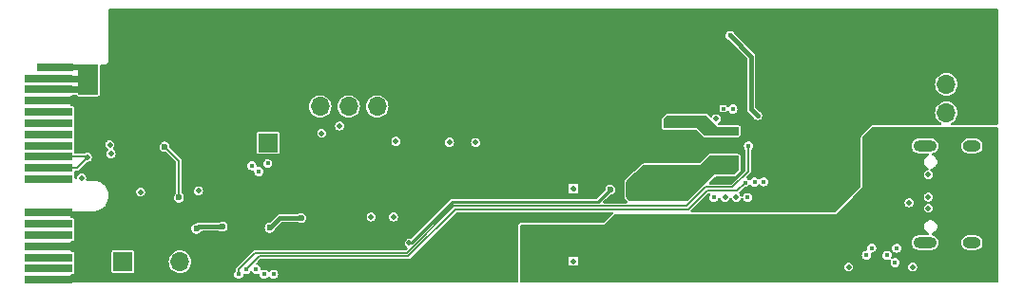
<source format=gbr>
%TF.GenerationSoftware,KiCad,Pcbnew,8.0.3*%
%TF.CreationDate,2024-06-27T20:48:53-04:00*%
%TF.ProjectId,charger-module,63686172-6765-4722-9d6d-6f64756c652e,v0.0.0*%
%TF.SameCoordinates,Original*%
%TF.FileFunction,Copper,L4,Bot*%
%TF.FilePolarity,Positive*%
%FSLAX46Y46*%
G04 Gerber Fmt 4.6, Leading zero omitted, Abs format (unit mm)*
G04 Created by KiCad (PCBNEW 8.0.3) date 2024-06-27 20:48:53*
%MOMM*%
%LPD*%
G01*
G04 APERTURE LIST*
%TA.AperFunction,ComponentPad*%
%ADD10O,2.100000X1.000000*%
%TD*%
%TA.AperFunction,ComponentPad*%
%ADD11O,1.600000X1.000000*%
%TD*%
%TA.AperFunction,ComponentPad*%
%ADD12R,1.700000X1.700000*%
%TD*%
%TA.AperFunction,ComponentPad*%
%ADD13O,1.700000X1.700000*%
%TD*%
%TA.AperFunction,ConnectorPad*%
%ADD14R,3.200000X0.700000*%
%TD*%
%TA.AperFunction,ConnectorPad*%
%ADD15R,4.300000X0.700000*%
%TD*%
%TA.AperFunction,ComponentPad*%
%ADD16C,6.000000*%
%TD*%
%TA.AperFunction,ViaPad*%
%ADD17C,0.500000*%
%TD*%
%TA.AperFunction,ViaPad*%
%ADD18C,0.600000*%
%TD*%
%TA.AperFunction,ViaPad*%
%ADD19C,0.450000*%
%TD*%
%TA.AperFunction,Conductor*%
%ADD20C,0.400000*%
%TD*%
%TA.AperFunction,Conductor*%
%ADD21C,0.200000*%
%TD*%
%TA.AperFunction,Conductor*%
%ADD22C,0.150000*%
%TD*%
%TA.AperFunction,Conductor*%
%ADD23C,0.600000*%
%TD*%
%TA.AperFunction,Conductor*%
%ADD24C,0.250000*%
%TD*%
G04 APERTURE END LIST*
D10*
%TO.P,J3,S1,SHIELD*%
%TO.N,Net-(J3-SHIELD)*%
X82095000Y-21320000D03*
D11*
X86275000Y-21320000D03*
D10*
X82095000Y-12680000D03*
D11*
X86275000Y-12680000D03*
%TD*%
D12*
%TO.P,J6,1,Pin_1*%
%TO.N,/RP2040/SWCLK*%
X10670000Y-23030000D03*
D13*
%TO.P,J6,2,Pin_2*%
%TO.N,GND*%
X13210000Y-23030000D03*
%TO.P,J6,3,Pin_3*%
%TO.N,/RP2040/SWD*%
X15750000Y-23030000D03*
%TD*%
D12*
%TO.P,J2,1,Pin_1*%
%TO.N,GND*%
X84000000Y-4640000D03*
D13*
%TO.P,J2,2,Pin_2*%
%TO.N,+5V*%
X84000000Y-7180000D03*
%TO.P,J2,3,Pin_3*%
%TO.N,LED_DIN*%
X84000000Y-9720000D03*
%TD*%
D14*
%TO.P,J1,A1,~{PRSNT1}*%
%TO.N,/VIN_PREFUSE*%
X4600000Y-5650000D03*
D15*
%TO.P,J1,A2,+12V*%
X4050000Y-6650000D03*
%TO.P,J1,A3,+12V*%
X4050000Y-7650000D03*
%TO.P,J1,A4,GND*%
%TO.N,GND*%
X4050000Y-8650000D03*
%TO.P,J1,A5,JTAG2*%
%TO.N,unconnected-(J1-JTAG2-PadA5)*%
X4050000Y-9650000D03*
%TO.P,J1,A6,JTAG3*%
%TO.N,unconnected-(J1-JTAG3-PadA6)*%
X4050000Y-10650000D03*
%TO.P,J1,A7,JTAG4*%
%TO.N,unconnected-(J1-JTAG4-PadA7)*%
X4050000Y-11650000D03*
%TO.P,J1,A8,JTAG5*%
%TO.N,unconnected-(J1-JTAG5-PadA8)*%
X4050000Y-12650000D03*
%TO.P,J1,A9,+3.3V*%
%TO.N,+5V*%
X4050000Y-13650000D03*
%TO.P,J1,A10,+3.3V*%
X4050000Y-14650000D03*
%TO.P,J1,A11,~{PERST}*%
%TO.N,unconnected-(J1-~{PERST}-PadA11)*%
X4050000Y-15650000D03*
%TO.P,J1,A12,GND*%
%TO.N,GND*%
X4050000Y-18650000D03*
%TO.P,J1,A13,REFCLK+*%
%TO.N,unconnected-(J1-REFCLK+-PadA13)*%
X4050000Y-19650000D03*
%TO.P,J1,A14,REFCLK-*%
%TO.N,unconnected-(J1-REFCLK--PadA14)*%
X4050000Y-20650000D03*
%TO.P,J1,A15,GND*%
%TO.N,GND*%
X4050000Y-21650000D03*
%TO.P,J1,A16,PERp0*%
%TO.N,unconnected-(J1-PERp0-PadA16)*%
X4050000Y-22650000D03*
%TO.P,J1,A17,PERn0*%
%TO.N,unconnected-(J1-PERn0-PadA17)*%
X4050000Y-23650000D03*
%TO.P,J1,A18,GND*%
%TO.N,GND*%
X4050000Y-24650000D03*
%TD*%
D12*
%TO.P,J4,1,Pin_1*%
%TO.N,/RP2040/~{USB_BOOT}*%
X23600000Y-12400000D03*
D13*
%TO.P,J4,2,Pin_2*%
%TO.N,GND*%
X21060000Y-12400000D03*
%TD*%
D16*
%TO.P,H1,1,1*%
%TO.N,GND*%
X13000000Y-4000000D03*
%TD*%
D12*
%TO.P,J5,1,Pin_1*%
%TO.N,GND*%
X35850000Y-9170000D03*
D13*
%TO.P,J5,2,Pin_2*%
%TO.N,/RP2040/USB_D-*%
X33310000Y-9170000D03*
%TO.P,J5,3,Pin_3*%
%TO.N,/RP2040/USB_D+*%
X30770000Y-9170000D03*
%TO.P,J5,4,Pin_4*%
%TO.N,+5V*%
X28230000Y-9170000D03*
%TD*%
D17*
%TO.N,GND*%
X81000000Y-23500000D03*
D18*
X20350000Y-20600000D03*
D19*
X67340000Y-7960000D03*
D17*
X71000000Y-2000000D03*
X47600000Y-11110000D03*
X27950000Y-21300000D03*
X74000000Y-4000000D03*
X80000000Y-2000000D03*
X74000000Y-2000000D03*
X27000000Y-2000000D03*
X45000000Y-2000000D03*
D19*
X67900000Y-8540000D03*
D17*
X61090000Y-11980000D03*
X45500000Y-16000000D03*
D19*
X63740000Y-7895000D03*
D17*
X42000000Y-2000000D03*
X47000000Y-19000000D03*
X45500000Y-22000000D03*
X48000000Y-2000000D03*
D19*
X79750000Y-7750000D03*
D17*
X45500000Y-19000000D03*
X48550000Y-11110000D03*
D19*
X67340000Y-9130000D03*
X62450000Y-12315000D03*
X79750000Y-5750000D03*
D17*
X51000000Y-2000000D03*
D18*
X21650000Y-18000000D03*
X9630000Y-14570000D03*
D19*
X64850000Y-12315000D03*
D17*
X61050000Y-13450000D03*
X77000000Y-2000000D03*
X53280000Y-12090000D03*
X9250000Y-23000000D03*
X36000000Y-2000000D03*
D19*
X77500000Y-7750000D03*
X82000000Y-5750000D03*
D17*
X21000000Y-2000000D03*
X47600000Y-12090000D03*
D19*
X65570000Y-12685000D03*
D17*
X54210000Y-12070000D03*
X56640000Y-13500000D03*
X75300000Y-23500000D03*
D19*
X79570000Y-21814998D03*
D17*
X80000000Y-4000000D03*
X57000000Y-2000000D03*
D19*
X64130000Y-9380000D03*
D17*
X47580000Y-13110000D03*
X57420000Y-12130000D03*
D19*
X64050000Y-13040000D03*
D17*
X33000000Y-2000000D03*
D18*
X22975000Y-18000000D03*
D17*
X50590000Y-11120000D03*
X18000000Y-2000000D03*
X8000000Y-20000000D03*
D19*
X64050000Y-12315000D03*
D17*
X39000000Y-2000000D03*
X30000000Y-2000000D03*
D19*
X77500000Y-5750000D03*
D17*
X53280000Y-13100000D03*
X53290000Y-11110000D03*
X68000000Y-2000000D03*
X48550000Y-13110000D03*
X8000000Y-24000000D03*
D19*
X62450000Y-13040000D03*
X63300000Y-18230000D03*
D17*
X47000000Y-16000000D03*
X50590000Y-12080000D03*
X8310000Y-10720000D03*
D19*
X63250000Y-12315000D03*
D17*
X48540000Y-12080000D03*
X47000000Y-14000000D03*
X7700000Y-10100000D03*
D18*
X22975000Y-19275000D03*
X21650000Y-20600000D03*
X22975000Y-20600000D03*
D19*
X63250000Y-13040000D03*
D17*
X67300000Y-18260000D03*
X28605000Y-19700000D03*
X58940000Y-13525000D03*
D18*
X20350000Y-18000000D03*
D17*
X77000000Y-4000000D03*
X8000000Y-22000000D03*
X54000000Y-2000000D03*
D18*
X20350000Y-19275000D03*
D19*
X66300000Y-18230000D03*
D18*
X21650000Y-19275000D03*
D17*
X24000000Y-2000000D03*
X50580000Y-13100000D03*
X50800000Y-16470000D03*
D19*
X64850000Y-13040000D03*
X64548978Y-7895000D03*
D17*
X45500000Y-14000000D03*
X58940000Y-11880000D03*
X9250000Y-21000000D03*
D19*
%TO.N,IMON*%
X23250000Y-24150000D03*
D17*
X32780000Y-19025000D03*
%TO.N,VBUS*%
X58900000Y-17340000D03*
X58890000Y-15400000D03*
X56720000Y-15400000D03*
D19*
X63250000Y-13940000D03*
D17*
X57820000Y-17340000D03*
X57800000Y-15400000D03*
D19*
X65070000Y-13940000D03*
X64150000Y-13940000D03*
D17*
X56720000Y-17340000D03*
%TO.N,GNDUSB*%
X63500000Y-10250000D03*
X46700000Y-20800000D03*
X47700000Y-23800000D03*
X53900000Y-23800000D03*
X55900000Y-22800000D03*
X56900000Y-23800000D03*
X54900000Y-23800000D03*
X47700000Y-22800000D03*
X46700000Y-22800000D03*
X79330000Y-11530000D03*
X53900000Y-22800000D03*
X47700000Y-20800000D03*
X47700000Y-21800000D03*
X56900000Y-22800000D03*
X50800000Y-23020000D03*
X79430000Y-13610000D03*
X46700000Y-21800000D03*
X55900000Y-23800000D03*
X78000000Y-13610000D03*
X80750000Y-11530000D03*
X83610000Y-11540000D03*
X78000000Y-11550000D03*
X54900000Y-22800000D03*
X46700000Y-23800000D03*
%TO.N,D-*%
X65300000Y-17270000D03*
X80680000Y-17750000D03*
D19*
X76880000Y-22440000D03*
D17*
%TO.N,D+*%
X82400000Y-17250000D03*
D19*
X78718769Y-22448694D03*
D17*
X64300000Y-17270000D03*
D19*
%TO.N,CC1*%
X66300000Y-17270000D03*
D17*
X82400000Y-18250000D03*
D19*
X77360000Y-21800000D03*
D17*
%TO.N,CC2*%
X82400000Y-15250000D03*
D19*
X79441715Y-23105333D03*
X63300000Y-17270000D03*
%TO.N,LED_DIN*%
X23575000Y-14250000D03*
D17*
%TO.N,+5V*%
X39760000Y-12350000D03*
X29970000Y-10900000D03*
X7500000Y-13700000D03*
%TO.N,SCL*%
X9508211Y-12566789D03*
D19*
X67750000Y-15890000D03*
X22150000Y-14450000D03*
%TO.N,ENABLE*%
X20980000Y-24150000D03*
X66370000Y-12685000D03*
%TO.N,SDA*%
X22775000Y-14975000D03*
X66920958Y-15909008D03*
D17*
X9617157Y-13382843D03*
D19*
%TO.N,OVERLOAD*%
X21660000Y-23700000D03*
D17*
X12250000Y-16800000D03*
D19*
X66075000Y-15950000D03*
D17*
%TO.N,ALERT*%
X17400000Y-16700000D03*
X7000000Y-15550000D03*
%TO.N,Net-(Q1-G)*%
X67200000Y-9970000D03*
D19*
X64735000Y-2815000D03*
D17*
%TO.N,Net-(U1-GPIO1)*%
X34760000Y-19025000D03*
D19*
X65000000Y-9390000D03*
D17*
%TO.N,/EMI_VIN*%
X61500000Y-10710000D03*
X60710000Y-10710000D03*
D19*
X63250000Y-11350000D03*
D17*
X59180000Y-10710000D03*
X59960000Y-10710000D03*
D19*
X64150000Y-11350000D03*
X65070000Y-11350000D03*
D17*
%TO.N,+3V3*%
X42070000Y-12360000D03*
X28375000Y-11550000D03*
X34975000Y-12270000D03*
D18*
%TO.N,+1V1*%
X17220000Y-20090000D03*
X23750000Y-20000000D03*
X26557926Y-19109905D03*
X19550000Y-19900000D03*
D17*
%TO.N,/VIN_PREFUSE*%
X7100000Y-7650000D03*
X7100000Y-6650000D03*
X7900000Y-6650000D03*
X7100000Y-5700000D03*
X7900000Y-5700000D03*
X7900000Y-7650000D03*
D18*
%TO.N,VIN_DIVIDER*%
X15650000Y-17300000D03*
X14380000Y-12750000D03*
D19*
X22540000Y-23700000D03*
D18*
%TO.N,VOUT_DIVIDER*%
X54080000Y-16590000D03*
D19*
X24090000Y-24150000D03*
D17*
X36171992Y-21361992D03*
%TD*%
D20*
%TO.N,GND*%
X50800000Y-16470000D02*
X50800000Y-16460000D01*
D21*
%TO.N,+5V*%
X7450000Y-13650000D02*
X7500000Y-13700000D01*
X6550000Y-14650000D02*
X4050000Y-14650000D01*
X7500000Y-13700000D02*
X6550000Y-14650000D01*
X4050000Y-13650000D02*
X7450000Y-13650000D01*
D22*
%TO.N,ENABLE*%
X40155736Y-18050000D02*
X60890000Y-18050000D01*
X64960000Y-16370000D02*
X66370000Y-14960000D01*
X20980000Y-24150000D02*
X20970000Y-24140000D01*
X66370000Y-14960000D02*
X66370000Y-12685000D01*
X22420000Y-22240000D02*
X35965736Y-22240000D01*
X35965736Y-22240000D02*
X40155736Y-18050000D01*
X62570000Y-16370000D02*
X64960000Y-16370000D01*
X60890000Y-18050000D02*
X62570000Y-16370000D01*
X20980000Y-23680000D02*
X22420000Y-22240000D01*
X20980000Y-24150000D02*
X20980000Y-23680000D01*
%TO.N,OVERLOAD*%
X21660000Y-23700000D02*
X22820000Y-22540000D01*
X36090000Y-22540000D02*
X40280000Y-18350000D01*
X40280000Y-18350000D02*
X61014264Y-18350000D01*
X61014264Y-18350000D02*
X62694264Y-16670000D01*
X22820000Y-22540000D02*
X36090000Y-22540000D01*
X65355000Y-16670000D02*
X66075000Y-15950000D01*
X62694264Y-16670000D02*
X65355000Y-16670000D01*
D20*
%TO.N,Net-(Q1-G)*%
X66640000Y-4690000D02*
X64735000Y-2785000D01*
X67200000Y-9970000D02*
X66640000Y-9410000D01*
X66640000Y-9410000D02*
X66640000Y-4690000D01*
%TO.N,+1V1*%
X17220000Y-20090000D02*
X17410000Y-19900000D01*
X23750000Y-20000000D02*
X24640095Y-19109905D01*
X17410000Y-19900000D02*
X19550000Y-19900000D01*
X24640095Y-19109905D02*
X26557926Y-19109905D01*
D23*
%TO.N,/VIN_PREFUSE*%
X7900000Y-6650000D02*
X4050000Y-6650000D01*
X4050000Y-7650000D02*
X7900000Y-7650000D01*
D21*
%TO.N,VIN_DIVIDER*%
X15650000Y-17300000D02*
X15650000Y-14020000D01*
X15650000Y-14020000D02*
X14380000Y-12750000D01*
D24*
%TO.N,VOUT_DIVIDER*%
X39805736Y-17905025D02*
X40010761Y-17700000D01*
X40010761Y-17700000D02*
X52970000Y-17700000D01*
X36171992Y-21361992D02*
X36348770Y-21361992D01*
X39805736Y-17905026D02*
X39805736Y-17905025D01*
X36348770Y-21361992D02*
X39805736Y-17905026D01*
X52970000Y-17700000D02*
X54080000Y-16590000D01*
%TD*%
%TA.AperFunction,Conductor*%
%TO.N,GND*%
G36*
X88542539Y-420185D02*
G01*
X88588294Y-472989D01*
X88599500Y-524500D01*
X88599500Y-10710500D01*
X88579815Y-10777539D01*
X88527011Y-10823294D01*
X88475500Y-10834500D01*
X84532369Y-10834500D01*
X84465330Y-10814815D01*
X84419575Y-10762011D01*
X84409631Y-10692853D01*
X84438656Y-10629297D01*
X84473916Y-10601142D01*
X84558532Y-10555913D01*
X84558538Y-10555910D01*
X84710883Y-10430883D01*
X84835910Y-10278538D01*
X84928814Y-10104727D01*
X84986024Y-9916132D01*
X85005341Y-9720000D01*
X84986024Y-9523868D01*
X84928814Y-9335273D01*
X84928811Y-9335269D01*
X84928811Y-9335266D01*
X84835913Y-9161467D01*
X84835909Y-9161460D01*
X84710883Y-9009116D01*
X84558539Y-8884090D01*
X84558532Y-8884086D01*
X84384733Y-8791188D01*
X84384727Y-8791186D01*
X84196132Y-8733976D01*
X84196129Y-8733975D01*
X84000000Y-8714659D01*
X83803870Y-8733975D01*
X83615266Y-8791188D01*
X83441467Y-8884086D01*
X83441460Y-8884090D01*
X83289116Y-9009116D01*
X83164090Y-9161460D01*
X83164086Y-9161467D01*
X83071188Y-9335266D01*
X83013975Y-9523870D01*
X82994659Y-9720000D01*
X83013975Y-9916129D01*
X83013976Y-9916132D01*
X83069391Y-10098811D01*
X83071188Y-10104733D01*
X83164086Y-10278532D01*
X83164090Y-10278539D01*
X83289116Y-10430883D01*
X83441460Y-10555909D01*
X83441467Y-10555913D01*
X83526084Y-10601142D01*
X83575928Y-10650104D01*
X83591389Y-10718241D01*
X83567558Y-10783921D01*
X83512000Y-10826290D01*
X83467631Y-10834500D01*
X77481362Y-10834500D01*
X77464754Y-10835390D01*
X77464745Y-10835390D01*
X77464739Y-10835391D01*
X77464733Y-10835391D01*
X77464702Y-10835394D01*
X77438380Y-10838224D01*
X77438378Y-10838225D01*
X77380483Y-10856354D01*
X77380473Y-10856358D01*
X77319163Y-10889836D01*
X77319155Y-10889841D01*
X77283733Y-10916357D01*
X77283715Y-10916373D01*
X76466379Y-11733710D01*
X76466340Y-11733751D01*
X76455257Y-11746089D01*
X76455234Y-11746116D01*
X76438607Y-11766749D01*
X76438604Y-11766754D01*
X76410481Y-11820517D01*
X76390800Y-11887545D01*
X76390797Y-11887559D01*
X76384500Y-11931358D01*
X76384500Y-16254228D01*
X76364815Y-16321267D01*
X76348181Y-16341909D01*
X74940091Y-17749999D01*
X74440090Y-18249999D01*
X74101908Y-18588181D01*
X74040585Y-18621666D01*
X74014227Y-18624500D01*
X61358030Y-18624500D01*
X61290991Y-18604815D01*
X61245236Y-18552011D01*
X61235292Y-18482853D01*
X61264317Y-18419297D01*
X61270349Y-18412819D01*
X61983668Y-17699500D01*
X62751240Y-16931928D01*
X62812561Y-16898445D01*
X62882253Y-16903429D01*
X62938186Y-16945301D01*
X62962603Y-17010765D01*
X62949404Y-17075905D01*
X62914353Y-17144695D01*
X62914352Y-17144699D01*
X62894508Y-17269996D01*
X62894508Y-17270003D01*
X62914352Y-17395300D01*
X62914352Y-17395301D01*
X62914354Y-17395304D01*
X62971950Y-17508342D01*
X62971952Y-17508344D01*
X62971954Y-17508347D01*
X63061652Y-17598045D01*
X63061654Y-17598046D01*
X63061658Y-17598050D01*
X63174696Y-17655646D01*
X63174697Y-17655646D01*
X63174699Y-17655647D01*
X63299997Y-17675492D01*
X63300000Y-17675492D01*
X63300003Y-17675492D01*
X63425300Y-17655647D01*
X63425301Y-17655647D01*
X63425302Y-17655646D01*
X63425304Y-17655646D01*
X63538342Y-17598050D01*
X63628050Y-17508342D01*
X63685646Y-17395304D01*
X63685646Y-17395302D01*
X63689515Y-17387710D01*
X63737490Y-17336914D01*
X63805311Y-17320119D01*
X63871446Y-17342657D01*
X63910485Y-17387710D01*
X63914353Y-17395302D01*
X63914354Y-17395304D01*
X63971950Y-17508342D01*
X63971952Y-17508344D01*
X63971954Y-17508347D01*
X64061652Y-17598045D01*
X64061654Y-17598046D01*
X64061658Y-17598050D01*
X64174696Y-17655646D01*
X64174697Y-17655646D01*
X64174699Y-17655647D01*
X64299997Y-17675492D01*
X64300000Y-17675492D01*
X64300003Y-17675492D01*
X64425300Y-17655647D01*
X64425301Y-17655647D01*
X64425302Y-17655646D01*
X64425304Y-17655646D01*
X64538342Y-17598050D01*
X64628050Y-17508342D01*
X64685646Y-17395304D01*
X64685646Y-17395302D01*
X64689515Y-17387710D01*
X64737490Y-17336914D01*
X64805311Y-17320119D01*
X64871446Y-17342657D01*
X64910485Y-17387710D01*
X64914353Y-17395302D01*
X64914354Y-17395304D01*
X64971950Y-17508342D01*
X64971952Y-17508344D01*
X64971954Y-17508347D01*
X65061652Y-17598045D01*
X65061654Y-17598046D01*
X65061658Y-17598050D01*
X65174696Y-17655646D01*
X65174697Y-17655646D01*
X65174699Y-17655647D01*
X65299997Y-17675492D01*
X65300000Y-17675492D01*
X65300003Y-17675492D01*
X65425300Y-17655647D01*
X65425301Y-17655647D01*
X65425302Y-17655646D01*
X65425304Y-17655646D01*
X65538342Y-17598050D01*
X65628050Y-17508342D01*
X65685646Y-17395304D01*
X65685646Y-17395302D01*
X65689515Y-17387710D01*
X65737490Y-17336914D01*
X65805311Y-17320119D01*
X65871446Y-17342657D01*
X65910485Y-17387710D01*
X65914353Y-17395302D01*
X65914354Y-17395304D01*
X65971950Y-17508342D01*
X65971952Y-17508344D01*
X65971954Y-17508347D01*
X66061652Y-17598045D01*
X66061654Y-17598046D01*
X66061658Y-17598050D01*
X66174696Y-17655646D01*
X66174697Y-17655646D01*
X66174699Y-17655647D01*
X66299997Y-17675492D01*
X66300000Y-17675492D01*
X66300003Y-17675492D01*
X66425300Y-17655647D01*
X66425301Y-17655647D01*
X66425302Y-17655646D01*
X66425304Y-17655646D01*
X66538342Y-17598050D01*
X66628050Y-17508342D01*
X66685646Y-17395304D01*
X66685646Y-17395302D01*
X66685647Y-17395301D01*
X66685647Y-17395300D01*
X66705492Y-17270003D01*
X66705492Y-17269996D01*
X66685647Y-17144699D01*
X66685647Y-17144698D01*
X66665670Y-17105492D01*
X66628050Y-17031658D01*
X66628046Y-17031654D01*
X66628045Y-17031652D01*
X66538347Y-16941954D01*
X66538344Y-16941952D01*
X66538342Y-16941950D01*
X66425304Y-16884354D01*
X66425303Y-16884353D01*
X66425300Y-16884352D01*
X66300003Y-16864508D01*
X66299997Y-16864508D01*
X66174699Y-16884352D01*
X66174698Y-16884352D01*
X66099337Y-16922751D01*
X66061658Y-16941950D01*
X66061657Y-16941951D01*
X66061652Y-16941954D01*
X65971954Y-17031652D01*
X65971949Y-17031659D01*
X65910484Y-17152290D01*
X65862510Y-17203085D01*
X65794689Y-17219880D01*
X65728554Y-17197342D01*
X65689516Y-17152290D01*
X65639402Y-17053938D01*
X65628050Y-17031658D01*
X65628047Y-17031655D01*
X65628045Y-17031652D01*
X65557830Y-16961437D01*
X65524345Y-16900114D01*
X65529329Y-16830422D01*
X65557837Y-16786067D01*
X65563609Y-16780295D01*
X65955577Y-16388326D01*
X66016898Y-16354843D01*
X66062651Y-16353536D01*
X66075000Y-16355492D01*
X66147950Y-16343938D01*
X66200300Y-16335647D01*
X66200301Y-16335647D01*
X66200302Y-16335646D01*
X66200304Y-16335646D01*
X66313342Y-16278050D01*
X66403050Y-16188342D01*
X66403486Y-16187485D01*
X66404289Y-16186634D01*
X66408783Y-16180450D01*
X66409582Y-16181030D01*
X66451457Y-16136689D01*
X66519277Y-16119891D01*
X66585413Y-16142425D01*
X66601653Y-16156096D01*
X66682610Y-16237053D01*
X66682612Y-16237054D01*
X66682616Y-16237058D01*
X66795654Y-16294654D01*
X66795655Y-16294654D01*
X66795657Y-16294655D01*
X66920955Y-16314500D01*
X66920958Y-16314500D01*
X66920961Y-16314500D01*
X67046258Y-16294655D01*
X67046259Y-16294655D01*
X67046260Y-16294654D01*
X67046262Y-16294654D01*
X67159300Y-16237058D01*
X67196358Y-16200000D01*
X67255909Y-16140450D01*
X67258363Y-16142904D01*
X67299744Y-16110978D01*
X67369356Y-16104980D01*
X67431159Y-16137570D01*
X67432443Y-16138836D01*
X67511652Y-16218045D01*
X67511654Y-16218046D01*
X67511658Y-16218050D01*
X67624696Y-16275646D01*
X67624697Y-16275646D01*
X67624699Y-16275647D01*
X67749997Y-16295492D01*
X67750000Y-16295492D01*
X67750003Y-16295492D01*
X67875300Y-16275647D01*
X67875301Y-16275647D01*
X67875302Y-16275646D01*
X67875304Y-16275646D01*
X67988342Y-16218050D01*
X68078050Y-16128342D01*
X68135646Y-16015304D01*
X68135646Y-16015302D01*
X68135647Y-16015301D01*
X68135647Y-16015300D01*
X68155492Y-15890003D01*
X68155492Y-15889996D01*
X68135647Y-15764699D01*
X68135647Y-15764698D01*
X68114057Y-15722326D01*
X68078050Y-15651658D01*
X68078046Y-15651654D01*
X68078045Y-15651652D01*
X67988347Y-15561954D01*
X67988344Y-15561952D01*
X67988342Y-15561950D01*
X67875304Y-15504354D01*
X67875303Y-15504353D01*
X67875300Y-15504352D01*
X67750003Y-15484508D01*
X67749997Y-15484508D01*
X67624699Y-15504352D01*
X67624698Y-15504352D01*
X67549337Y-15542751D01*
X67511658Y-15561950D01*
X67511657Y-15561951D01*
X67511652Y-15561954D01*
X67415049Y-15658558D01*
X67412602Y-15656111D01*
X67371132Y-15688061D01*
X67301516Y-15694009D01*
X67239736Y-15661376D01*
X67238514Y-15660171D01*
X67159305Y-15580962D01*
X67159302Y-15580960D01*
X67159300Y-15580958D01*
X67046262Y-15523362D01*
X67046261Y-15523361D01*
X67046258Y-15523360D01*
X66920961Y-15503516D01*
X66920955Y-15503516D01*
X66795657Y-15523360D01*
X66795656Y-15523360D01*
X66733975Y-15554789D01*
X66682616Y-15580958D01*
X66682615Y-15580959D01*
X66682610Y-15580962D01*
X66592912Y-15670660D01*
X66592904Y-15670671D01*
X66592465Y-15671534D01*
X66591654Y-15672391D01*
X66587175Y-15678558D01*
X66586377Y-15677978D01*
X66544487Y-15722326D01*
X66476664Y-15739116D01*
X66410531Y-15716573D01*
X66394304Y-15702911D01*
X66313347Y-15621954D01*
X66313342Y-15621950D01*
X66275688Y-15602764D01*
X66224893Y-15554789D01*
X66208099Y-15486967D01*
X66230638Y-15420833D01*
X66244298Y-15404605D01*
X66480294Y-15168610D01*
X66480297Y-15168608D01*
X66497735Y-15151170D01*
X66497736Y-15151170D01*
X66561170Y-15087736D01*
X66584345Y-15031787D01*
X66595501Y-15004855D01*
X66595501Y-14915145D01*
X66595501Y-14905156D01*
X66595500Y-14905142D01*
X66595500Y-13077254D01*
X66615185Y-13010215D01*
X66631814Y-12989577D01*
X66698050Y-12923342D01*
X66755646Y-12810304D01*
X66755646Y-12810302D01*
X66755647Y-12810301D01*
X66755647Y-12810300D01*
X66775492Y-12685003D01*
X66775492Y-12684996D01*
X66755647Y-12559699D01*
X66755647Y-12559698D01*
X66729482Y-12508347D01*
X66698050Y-12446658D01*
X66698046Y-12446654D01*
X66698045Y-12446652D01*
X66608347Y-12356954D01*
X66608344Y-12356952D01*
X66608342Y-12356950D01*
X66495304Y-12299354D01*
X66495303Y-12299353D01*
X66495300Y-12299352D01*
X66370003Y-12279508D01*
X66369997Y-12279508D01*
X66244699Y-12299352D01*
X66244698Y-12299352D01*
X66187600Y-12328446D01*
X66131658Y-12356950D01*
X66131657Y-12356951D01*
X66131652Y-12356954D01*
X66041954Y-12446652D01*
X66041951Y-12446657D01*
X65984352Y-12559698D01*
X65984352Y-12559699D01*
X65964508Y-12684996D01*
X65964508Y-12685003D01*
X65984352Y-12810300D01*
X65984352Y-12810301D01*
X65984354Y-12810304D01*
X66041950Y-12923342D01*
X66108182Y-12989574D01*
X66141666Y-13050895D01*
X66144500Y-13077254D01*
X66144500Y-14815233D01*
X66124815Y-14882272D01*
X66108181Y-14902914D01*
X64902914Y-16108181D01*
X64841591Y-16141666D01*
X64815233Y-16144500D01*
X62985901Y-16144500D01*
X62918862Y-16124815D01*
X62873107Y-16072011D01*
X62863163Y-16002853D01*
X62892188Y-15939297D01*
X62899446Y-15931610D01*
X63382804Y-15461495D01*
X63444586Y-15428864D01*
X63468852Y-15426386D01*
X65044757Y-15421233D01*
X65061123Y-15420316D01*
X65087075Y-15417483D01*
X65144723Y-15399380D01*
X65206046Y-15365895D01*
X65241478Y-15339371D01*
X65619009Y-14961841D01*
X65630134Y-14949456D01*
X65646768Y-14928814D01*
X65674889Y-14875055D01*
X65694574Y-14808016D01*
X65700873Y-14764205D01*
X65700873Y-13664567D01*
X65697319Y-13631512D01*
X65686113Y-13580001D01*
X65668918Y-13545651D01*
X65651686Y-13511224D01*
X65605936Y-13458427D01*
X65600950Y-13452943D01*
X65532227Y-13411053D01*
X65532221Y-13411050D01*
X65465185Y-13391366D01*
X65465175Y-13391364D01*
X65421376Y-13385067D01*
X65421373Y-13385067D01*
X63007263Y-13385067D01*
X62995062Y-13385546D01*
X62975661Y-13387073D01*
X62975658Y-13387073D01*
X62975654Y-13387074D01*
X62921251Y-13401583D01*
X62921246Y-13401585D01*
X62858114Y-13431515D01*
X62858111Y-13431517D01*
X62821227Y-13455973D01*
X62005863Y-14183164D01*
X61942728Y-14213095D01*
X61923472Y-14214622D01*
X57115851Y-14220221D01*
X57103161Y-14220755D01*
X57082979Y-14222433D01*
X57028187Y-14237398D01*
X56965290Y-14267801D01*
X56928584Y-14292541D01*
X55416758Y-15661599D01*
X55416746Y-15661611D01*
X55402523Y-15676309D01*
X55402510Y-15676323D01*
X55381425Y-15701204D01*
X55350858Y-15757920D01*
X55331171Y-15824966D01*
X55331170Y-15824971D01*
X55324873Y-15868770D01*
X55324873Y-17244205D01*
X55325763Y-17260812D01*
X55325767Y-17260864D01*
X55328597Y-17287186D01*
X55328598Y-17287188D01*
X55346727Y-17345083D01*
X55346731Y-17345093D01*
X55380209Y-17406403D01*
X55380214Y-17406411D01*
X55406730Y-17441833D01*
X55406746Y-17441851D01*
X55577715Y-17612819D01*
X55611200Y-17674142D01*
X55606216Y-17743833D01*
X55564345Y-17799767D01*
X55498880Y-17824184D01*
X55490034Y-17824500D01*
X53534477Y-17824500D01*
X53467438Y-17804815D01*
X53421683Y-17752011D01*
X53411739Y-17682853D01*
X53440764Y-17619297D01*
X53446796Y-17612819D01*
X53631390Y-17428226D01*
X53982797Y-17076819D01*
X54044120Y-17043334D01*
X54070478Y-17040500D01*
X54144773Y-17040500D01*
X54144773Y-17040499D01*
X54269069Y-17004004D01*
X54378049Y-16933967D01*
X54462882Y-16836063D01*
X54516697Y-16718226D01*
X54535133Y-16590000D01*
X54516697Y-16461774D01*
X54462882Y-16343937D01*
X54378049Y-16246033D01*
X54269069Y-16175996D01*
X54269065Y-16175994D01*
X54269064Y-16175994D01*
X54144774Y-16139500D01*
X54144772Y-16139500D01*
X54015228Y-16139500D01*
X54015226Y-16139500D01*
X53890935Y-16175994D01*
X53890932Y-16175995D01*
X53890931Y-16175996D01*
X53853580Y-16200000D01*
X53781950Y-16246033D01*
X53697118Y-16343937D01*
X53697117Y-16343938D01*
X53643302Y-16461774D01*
X53624867Y-16590000D01*
X53624867Y-16598867D01*
X53622399Y-16598867D01*
X53614319Y-16655013D01*
X53589212Y-16691170D01*
X52892204Y-17388181D01*
X52830881Y-17421666D01*
X52804523Y-17424500D01*
X39955960Y-17424500D01*
X39924360Y-17437589D01*
X39892760Y-17450679D01*
X39854701Y-17466443D01*
X39812803Y-17508342D01*
X39649678Y-17671468D01*
X39649677Y-17671469D01*
X36382980Y-20938165D01*
X36321657Y-20971650D01*
X36275901Y-20972957D01*
X36171994Y-20956500D01*
X36171989Y-20956500D01*
X36046691Y-20976344D01*
X36046690Y-20976344D01*
X35971329Y-21014743D01*
X35933650Y-21033942D01*
X35933649Y-21033943D01*
X35933644Y-21033946D01*
X35843946Y-21123644D01*
X35843943Y-21123649D01*
X35786344Y-21236690D01*
X35786344Y-21236691D01*
X35766500Y-21361988D01*
X35766500Y-21361995D01*
X35786344Y-21487292D01*
X35786344Y-21487293D01*
X35786346Y-21487296D01*
X35843942Y-21600334D01*
X35843944Y-21600336D01*
X35843946Y-21600339D01*
X35933644Y-21690037D01*
X35933650Y-21690042D01*
X35955900Y-21701379D01*
X36006695Y-21749352D01*
X36023491Y-21817173D01*
X36000954Y-21883308D01*
X35987289Y-21899541D01*
X35908648Y-21978182D01*
X35847328Y-22011666D01*
X35820969Y-22014500D01*
X22479297Y-22014500D01*
X22479289Y-22014499D01*
X22464855Y-22014499D01*
X22375146Y-22014499D01*
X22375145Y-22014499D01*
X22375141Y-22014500D01*
X22338932Y-22029499D01*
X22338931Y-22029500D01*
X22292263Y-22048830D01*
X20788829Y-23552264D01*
X20778774Y-23576537D01*
X20778774Y-23576539D01*
X20773804Y-23588538D01*
X20754499Y-23635143D01*
X20754499Y-23739288D01*
X20754500Y-23739297D01*
X20754500Y-23757745D01*
X20734815Y-23824784D01*
X20718181Y-23845426D01*
X20651954Y-23911652D01*
X20651951Y-23911657D01*
X20651950Y-23911658D01*
X20639819Y-23935467D01*
X20594352Y-24024698D01*
X20594352Y-24024699D01*
X20574508Y-24149996D01*
X20574508Y-24150003D01*
X20594352Y-24275300D01*
X20594352Y-24275301D01*
X20594354Y-24275304D01*
X20651950Y-24388342D01*
X20651952Y-24388344D01*
X20651954Y-24388347D01*
X20741652Y-24478045D01*
X20741654Y-24478046D01*
X20741658Y-24478050D01*
X20854696Y-24535646D01*
X20854697Y-24535646D01*
X20854699Y-24535647D01*
X20979997Y-24555492D01*
X20980000Y-24555492D01*
X20980003Y-24555492D01*
X21105300Y-24535647D01*
X21105301Y-24535647D01*
X21105302Y-24535646D01*
X21105304Y-24535646D01*
X21218342Y-24478050D01*
X21308050Y-24388342D01*
X21365646Y-24275304D01*
X21379776Y-24186085D01*
X21409704Y-24122954D01*
X21469015Y-24086022D01*
X21524629Y-24086814D01*
X21525056Y-24084120D01*
X21659997Y-24105492D01*
X21660000Y-24105492D01*
X21660003Y-24105492D01*
X21785300Y-24085647D01*
X21785301Y-24085647D01*
X21785302Y-24085646D01*
X21785304Y-24085646D01*
X21898342Y-24028050D01*
X21988050Y-23938342D01*
X21989515Y-23935464D01*
X21992218Y-23932602D01*
X21993783Y-23930450D01*
X21994061Y-23930652D01*
X22037488Y-23884670D01*
X22105309Y-23867874D01*
X22171444Y-23890410D01*
X22206168Y-23930484D01*
X22206217Y-23930450D01*
X22206622Y-23931008D01*
X22210483Y-23935464D01*
X22211950Y-23938342D01*
X22211951Y-23938343D01*
X22211954Y-23938347D01*
X22301652Y-24028045D01*
X22301654Y-24028046D01*
X22301658Y-24028050D01*
X22414696Y-24085646D01*
X22414697Y-24085646D01*
X22414699Y-24085647D01*
X22539997Y-24105492D01*
X22540000Y-24105492D01*
X22540003Y-24105492D01*
X22665300Y-24085647D01*
X22665300Y-24085646D01*
X22665304Y-24085646D01*
X22669622Y-24083445D01*
X22738289Y-24070548D01*
X22803031Y-24096822D01*
X22843290Y-24153927D01*
X22848392Y-24174531D01*
X22864352Y-24275300D01*
X22864352Y-24275301D01*
X22864354Y-24275304D01*
X22921950Y-24388342D01*
X22921952Y-24388344D01*
X22921954Y-24388347D01*
X23011652Y-24478045D01*
X23011654Y-24478046D01*
X23011658Y-24478050D01*
X23124696Y-24535646D01*
X23124697Y-24535646D01*
X23124699Y-24535647D01*
X23249997Y-24555492D01*
X23250000Y-24555492D01*
X23250003Y-24555492D01*
X23375300Y-24535647D01*
X23375301Y-24535647D01*
X23375302Y-24535646D01*
X23375304Y-24535646D01*
X23488342Y-24478050D01*
X23488347Y-24478045D01*
X23582319Y-24384074D01*
X23643642Y-24350589D01*
X23713334Y-24355573D01*
X23757681Y-24384074D01*
X23851652Y-24478045D01*
X23851654Y-24478046D01*
X23851658Y-24478050D01*
X23964696Y-24535646D01*
X23964697Y-24535646D01*
X23964699Y-24535647D01*
X24089997Y-24555492D01*
X24090000Y-24555492D01*
X24090003Y-24555492D01*
X24215300Y-24535647D01*
X24215301Y-24535647D01*
X24215302Y-24535646D01*
X24215304Y-24535646D01*
X24328342Y-24478050D01*
X24418050Y-24388342D01*
X24475646Y-24275304D01*
X24475646Y-24275302D01*
X24475647Y-24275301D01*
X24475647Y-24275300D01*
X24495492Y-24150003D01*
X24495492Y-24149996D01*
X24475647Y-24024699D01*
X24475647Y-24024698D01*
X24457205Y-23988504D01*
X24418050Y-23911658D01*
X24418046Y-23911654D01*
X24418045Y-23911652D01*
X24328347Y-23821954D01*
X24328344Y-23821952D01*
X24328342Y-23821950D01*
X24215304Y-23764354D01*
X24215303Y-23764353D01*
X24215300Y-23764352D01*
X24090003Y-23744508D01*
X24089997Y-23744508D01*
X23964699Y-23764352D01*
X23964698Y-23764352D01*
X23889337Y-23802751D01*
X23851658Y-23821950D01*
X23851657Y-23821951D01*
X23851652Y-23821954D01*
X23757681Y-23915926D01*
X23696358Y-23949411D01*
X23626666Y-23944427D01*
X23582319Y-23915926D01*
X23488347Y-23821954D01*
X23488344Y-23821952D01*
X23488342Y-23821950D01*
X23375304Y-23764354D01*
X23375303Y-23764353D01*
X23375300Y-23764352D01*
X23250003Y-23744508D01*
X23249997Y-23744508D01*
X23124699Y-23764352D01*
X23124692Y-23764355D01*
X23120368Y-23766558D01*
X23051698Y-23779450D01*
X22986959Y-23753170D01*
X22946706Y-23696061D01*
X22941607Y-23675467D01*
X22925647Y-23574699D01*
X22925647Y-23574698D01*
X22914216Y-23552264D01*
X22868050Y-23461658D01*
X22868046Y-23461654D01*
X22868045Y-23461652D01*
X22778347Y-23371954D01*
X22778344Y-23371952D01*
X22778342Y-23371950D01*
X22701517Y-23332805D01*
X22665301Y-23314352D01*
X22646039Y-23311302D01*
X22582904Y-23281373D01*
X22545973Y-23222061D01*
X22546971Y-23152199D01*
X22577756Y-23101148D01*
X22648905Y-23030000D01*
X22877086Y-22801819D01*
X22938409Y-22768334D01*
X22964767Y-22765500D01*
X36030703Y-22765500D01*
X36030711Y-22765501D01*
X36045145Y-22765501D01*
X36134853Y-22765501D01*
X36134855Y-22765501D01*
X36193460Y-22741225D01*
X36217736Y-22731170D01*
X36281170Y-22667736D01*
X36281170Y-22667735D01*
X36298608Y-22650297D01*
X36298609Y-22650294D01*
X40337086Y-18611819D01*
X40398409Y-18578334D01*
X40424767Y-18575500D01*
X54185227Y-18575500D01*
X54252266Y-18595185D01*
X54298021Y-18647989D01*
X54307965Y-18717147D01*
X54278940Y-18780703D01*
X54272908Y-18787181D01*
X53521909Y-19538181D01*
X53460586Y-19571666D01*
X53434228Y-19574500D01*
X46143991Y-19574500D01*
X46110944Y-19578054D01*
X46059433Y-19589260D01*
X45990657Y-19623686D01*
X45937860Y-19669436D01*
X45932376Y-19674422D01*
X45890486Y-19743145D01*
X45890483Y-19743151D01*
X45870799Y-19810187D01*
X45870797Y-19810195D01*
X45867274Y-19834705D01*
X45864500Y-19853996D01*
X45864500Y-24775500D01*
X45844815Y-24842539D01*
X45792011Y-24888294D01*
X45740500Y-24899500D01*
X9000000Y-24899500D01*
X9000000Y-23894822D01*
X9669499Y-23894822D01*
X9678231Y-23938717D01*
X9678232Y-23938721D01*
X9678233Y-23938722D01*
X9711496Y-23988504D01*
X9761278Y-24021767D01*
X9761281Y-24021767D01*
X9761282Y-24021768D01*
X9805177Y-24030500D01*
X9805180Y-24030500D01*
X11534822Y-24030500D01*
X11578717Y-24021768D01*
X11578717Y-24021767D01*
X11578722Y-24021767D01*
X11628504Y-23988504D01*
X11661767Y-23938722D01*
X11661843Y-23938342D01*
X11670500Y-23894822D01*
X11670500Y-23030000D01*
X14744659Y-23030000D01*
X14763975Y-23226129D01*
X14763976Y-23226132D01*
X14821047Y-23414270D01*
X14821188Y-23414733D01*
X14914086Y-23588532D01*
X14914090Y-23588539D01*
X15039116Y-23740883D01*
X15191460Y-23865909D01*
X15191467Y-23865913D01*
X15365266Y-23958811D01*
X15365269Y-23958811D01*
X15365273Y-23958814D01*
X15553868Y-24016024D01*
X15750000Y-24035341D01*
X15946132Y-24016024D01*
X16134727Y-23958814D01*
X16172317Y-23938722D01*
X16222961Y-23911652D01*
X16308538Y-23865910D01*
X16460883Y-23740883D01*
X16585910Y-23588538D01*
X16653732Y-23461652D01*
X16678811Y-23414733D01*
X16678811Y-23414732D01*
X16678814Y-23414727D01*
X16736024Y-23226132D01*
X16755341Y-23030000D01*
X16736024Y-22833868D01*
X16678814Y-22645273D01*
X16678811Y-22645269D01*
X16678811Y-22645266D01*
X16585913Y-22471467D01*
X16585909Y-22471460D01*
X16460883Y-22319116D01*
X16308539Y-22194090D01*
X16308532Y-22194086D01*
X16134733Y-22101188D01*
X16134727Y-22101186D01*
X16008997Y-22063046D01*
X15946129Y-22043975D01*
X15750000Y-22024659D01*
X15553870Y-22043975D01*
X15365266Y-22101188D01*
X15191467Y-22194086D01*
X15191460Y-22194090D01*
X15039116Y-22319116D01*
X14914090Y-22471460D01*
X14914086Y-22471467D01*
X14821188Y-22645266D01*
X14763975Y-22833870D01*
X14744659Y-23030000D01*
X11670500Y-23030000D01*
X11670500Y-22165177D01*
X11661768Y-22121282D01*
X11661767Y-22121281D01*
X11661767Y-22121278D01*
X11628504Y-22071496D01*
X11628503Y-22071495D01*
X11578724Y-22038234D01*
X11578717Y-22038231D01*
X11534822Y-22029500D01*
X11534820Y-22029500D01*
X9805180Y-22029500D01*
X9805178Y-22029500D01*
X9761282Y-22038231D01*
X9761275Y-22038234D01*
X9711496Y-22071495D01*
X9711495Y-22071496D01*
X9678234Y-22121275D01*
X9678231Y-22121282D01*
X9669500Y-22165177D01*
X9669500Y-22165180D01*
X9669500Y-23894820D01*
X9669500Y-23894822D01*
X9669499Y-23894822D01*
X9000000Y-23894822D01*
X9000000Y-20090000D01*
X16764867Y-20090000D01*
X16783302Y-20218225D01*
X16798042Y-20250500D01*
X16837118Y-20336063D01*
X16921951Y-20433967D01*
X17030931Y-20504004D01*
X17155225Y-20540499D01*
X17155227Y-20540500D01*
X17155228Y-20540500D01*
X17284773Y-20540500D01*
X17284773Y-20540499D01*
X17409069Y-20504004D01*
X17518049Y-20433967D01*
X17602882Y-20336063D01*
X17608852Y-20322989D01*
X17654607Y-20270185D01*
X17721646Y-20250500D01*
X19225707Y-20250500D01*
X19292746Y-20270185D01*
X19360928Y-20314003D01*
X19360933Y-20314005D01*
X19485225Y-20350499D01*
X19485227Y-20350500D01*
X19485228Y-20350500D01*
X19614773Y-20350500D01*
X19614773Y-20350499D01*
X19739069Y-20314004D01*
X19848049Y-20243967D01*
X19932882Y-20146063D01*
X19986697Y-20028226D01*
X19990755Y-20000000D01*
X23294867Y-20000000D01*
X23313302Y-20128225D01*
X23354405Y-20218226D01*
X23367118Y-20246063D01*
X23425988Y-20314004D01*
X23445100Y-20336061D01*
X23451951Y-20343967D01*
X23560931Y-20414004D01*
X23685225Y-20450499D01*
X23685227Y-20450500D01*
X23685228Y-20450500D01*
X23814773Y-20450500D01*
X23814773Y-20450499D01*
X23939069Y-20414004D01*
X24048049Y-20343967D01*
X24132882Y-20246063D01*
X24186697Y-20128226D01*
X24192450Y-20088207D01*
X24221474Y-20024653D01*
X24227493Y-20018187D01*
X24748957Y-19496724D01*
X24810280Y-19463239D01*
X24836638Y-19460405D01*
X26233633Y-19460405D01*
X26300672Y-19480090D01*
X26368854Y-19523908D01*
X26368859Y-19523910D01*
X26493151Y-19560404D01*
X26493153Y-19560405D01*
X26493154Y-19560405D01*
X26622699Y-19560405D01*
X26622699Y-19560404D01*
X26746995Y-19523909D01*
X26855975Y-19453872D01*
X26940808Y-19355968D01*
X26994623Y-19238131D01*
X27013059Y-19109905D01*
X27000851Y-19024996D01*
X32374508Y-19024996D01*
X32374508Y-19025003D01*
X32394352Y-19150300D01*
X32394352Y-19150301D01*
X32394354Y-19150304D01*
X32451950Y-19263342D01*
X32451952Y-19263344D01*
X32451954Y-19263347D01*
X32541652Y-19353045D01*
X32541654Y-19353046D01*
X32541658Y-19353050D01*
X32654696Y-19410646D01*
X32654697Y-19410646D01*
X32654699Y-19410647D01*
X32779997Y-19430492D01*
X32780000Y-19430492D01*
X32780003Y-19430492D01*
X32905300Y-19410647D01*
X32905301Y-19410647D01*
X32905302Y-19410646D01*
X32905304Y-19410646D01*
X33018342Y-19353050D01*
X33108050Y-19263342D01*
X33165646Y-19150304D01*
X33165646Y-19150302D01*
X33165647Y-19150301D01*
X33165647Y-19150300D01*
X33185492Y-19025003D01*
X33185492Y-19024996D01*
X34354508Y-19024996D01*
X34354508Y-19025003D01*
X34374352Y-19150300D01*
X34374352Y-19150301D01*
X34374354Y-19150304D01*
X34431950Y-19263342D01*
X34431952Y-19263344D01*
X34431954Y-19263347D01*
X34521652Y-19353045D01*
X34521654Y-19353046D01*
X34521658Y-19353050D01*
X34634696Y-19410646D01*
X34634697Y-19410646D01*
X34634699Y-19410647D01*
X34759997Y-19430492D01*
X34760000Y-19430492D01*
X34760003Y-19430492D01*
X34885300Y-19410647D01*
X34885301Y-19410647D01*
X34885302Y-19410646D01*
X34885304Y-19410646D01*
X34998342Y-19353050D01*
X35088050Y-19263342D01*
X35145646Y-19150304D01*
X35145646Y-19150302D01*
X35145647Y-19150301D01*
X35145647Y-19150300D01*
X35165492Y-19025003D01*
X35165492Y-19024996D01*
X35145647Y-18899699D01*
X35145647Y-18899698D01*
X35145646Y-18899696D01*
X35088050Y-18786658D01*
X35088046Y-18786654D01*
X35088045Y-18786652D01*
X34998347Y-18696954D01*
X34998344Y-18696952D01*
X34998342Y-18696950D01*
X34885304Y-18639354D01*
X34885303Y-18639353D01*
X34885300Y-18639352D01*
X34760003Y-18619508D01*
X34759997Y-18619508D01*
X34634699Y-18639352D01*
X34634698Y-18639352D01*
X34559337Y-18677751D01*
X34521658Y-18696950D01*
X34521657Y-18696951D01*
X34521652Y-18696954D01*
X34431954Y-18786652D01*
X34431951Y-18786657D01*
X34374352Y-18899698D01*
X34374352Y-18899699D01*
X34354508Y-19024996D01*
X33185492Y-19024996D01*
X33165647Y-18899699D01*
X33165647Y-18899698D01*
X33165646Y-18899696D01*
X33108050Y-18786658D01*
X33108046Y-18786654D01*
X33108045Y-18786652D01*
X33018347Y-18696954D01*
X33018344Y-18696952D01*
X33018342Y-18696950D01*
X32905304Y-18639354D01*
X32905303Y-18639353D01*
X32905300Y-18639352D01*
X32780003Y-18619508D01*
X32779997Y-18619508D01*
X32654699Y-18639352D01*
X32654698Y-18639352D01*
X32579337Y-18677751D01*
X32541658Y-18696950D01*
X32541657Y-18696951D01*
X32541652Y-18696954D01*
X32451954Y-18786652D01*
X32451951Y-18786657D01*
X32394352Y-18899698D01*
X32394352Y-18899699D01*
X32374508Y-19024996D01*
X27000851Y-19024996D01*
X26994623Y-18981679D01*
X26940808Y-18863842D01*
X26855975Y-18765938D01*
X26746995Y-18695901D01*
X26746991Y-18695899D01*
X26746990Y-18695899D01*
X26622700Y-18659405D01*
X26622698Y-18659405D01*
X26493154Y-18659405D01*
X26493152Y-18659405D01*
X26368859Y-18695899D01*
X26368854Y-18695901D01*
X26300672Y-18739720D01*
X26233633Y-18759405D01*
X24593951Y-18759405D01*
X24504807Y-18783291D01*
X24504806Y-18783291D01*
X24504804Y-18783292D01*
X24504801Y-18783293D01*
X24424889Y-18829431D01*
X24424880Y-18829438D01*
X23735341Y-19518976D01*
X23682595Y-19550272D01*
X23560934Y-19585994D01*
X23451950Y-19656033D01*
X23367118Y-19753937D01*
X23367117Y-19753938D01*
X23313302Y-19871774D01*
X23294867Y-20000000D01*
X19990755Y-20000000D01*
X20005133Y-19900000D01*
X19986697Y-19771774D01*
X19932882Y-19653937D01*
X19848049Y-19556033D01*
X19739069Y-19485996D01*
X19739065Y-19485994D01*
X19739064Y-19485994D01*
X19614774Y-19449500D01*
X19614772Y-19449500D01*
X19485228Y-19449500D01*
X19485226Y-19449500D01*
X19360933Y-19485994D01*
X19360928Y-19485996D01*
X19292746Y-19529815D01*
X19225707Y-19549500D01*
X17363856Y-19549500D01*
X17274712Y-19573386D01*
X17274709Y-19573387D01*
X17187750Y-19623593D01*
X17187449Y-19623072D01*
X17154955Y-19639579D01*
X17030934Y-19675994D01*
X16921950Y-19746033D01*
X16837118Y-19843937D01*
X16837117Y-19843938D01*
X16783302Y-19961774D01*
X16764867Y-20090000D01*
X9000000Y-20090000D01*
X9000000Y-18112024D01*
X9119386Y-17982337D01*
X9241800Y-17794970D01*
X9331703Y-17590009D01*
X9386646Y-17373047D01*
X9386647Y-17373039D01*
X9405128Y-17150005D01*
X9405128Y-17149994D01*
X9386647Y-16926960D01*
X9386646Y-16926957D01*
X9386646Y-16926953D01*
X9354496Y-16799996D01*
X11844508Y-16799996D01*
X11844508Y-16800003D01*
X11864352Y-16925300D01*
X11864352Y-16925301D01*
X11879559Y-16955145D01*
X11921950Y-17038342D01*
X11921952Y-17038344D01*
X11921954Y-17038347D01*
X12011652Y-17128045D01*
X12011654Y-17128046D01*
X12011658Y-17128050D01*
X12124696Y-17185646D01*
X12124697Y-17185646D01*
X12124699Y-17185647D01*
X12249997Y-17205492D01*
X12250000Y-17205492D01*
X12250003Y-17205492D01*
X12375300Y-17185647D01*
X12375301Y-17185647D01*
X12375302Y-17185646D01*
X12375304Y-17185646D01*
X12488342Y-17128050D01*
X12578050Y-17038342D01*
X12635646Y-16925304D01*
X12635646Y-16925302D01*
X12635647Y-16925301D01*
X12635647Y-16925300D01*
X12655492Y-16800003D01*
X12655492Y-16799996D01*
X12635647Y-16674699D01*
X12635647Y-16674698D01*
X12621677Y-16647281D01*
X12578050Y-16561658D01*
X12578046Y-16561654D01*
X12578045Y-16561652D01*
X12488347Y-16471954D01*
X12488344Y-16471952D01*
X12488342Y-16471950D01*
X12375304Y-16414354D01*
X12375303Y-16414353D01*
X12375300Y-16414352D01*
X12250003Y-16394508D01*
X12249997Y-16394508D01*
X12124699Y-16414352D01*
X12124698Y-16414352D01*
X12065531Y-16444500D01*
X12011658Y-16471950D01*
X12011657Y-16471951D01*
X12011652Y-16471954D01*
X11921954Y-16561652D01*
X11921951Y-16561657D01*
X11921950Y-16561658D01*
X11907509Y-16590000D01*
X11864352Y-16674698D01*
X11864352Y-16674699D01*
X11844508Y-16799996D01*
X9354496Y-16799996D01*
X9331703Y-16709991D01*
X9241800Y-16505030D01*
X9119386Y-16317663D01*
X9000000Y-16187975D01*
X9000000Y-12566785D01*
X9102719Y-12566785D01*
X9102719Y-12566792D01*
X9122563Y-12692089D01*
X9122563Y-12692090D01*
X9122565Y-12692093D01*
X9180161Y-12805131D01*
X9180163Y-12805133D01*
X9180165Y-12805136D01*
X9269863Y-12894834D01*
X9269867Y-12894837D01*
X9269869Y-12894839D01*
X9295936Y-12908120D01*
X9346730Y-12956092D01*
X9363526Y-13023913D01*
X9340990Y-13090048D01*
X9327322Y-13106284D01*
X9289111Y-13144495D01*
X9289108Y-13144500D01*
X9231509Y-13257541D01*
X9231509Y-13257542D01*
X9211665Y-13382839D01*
X9211665Y-13382846D01*
X9231509Y-13508143D01*
X9231509Y-13508144D01*
X9233079Y-13511225D01*
X9289107Y-13621185D01*
X9289109Y-13621187D01*
X9289111Y-13621190D01*
X9378809Y-13710888D01*
X9378811Y-13710889D01*
X9378815Y-13710893D01*
X9491853Y-13768489D01*
X9491854Y-13768489D01*
X9491856Y-13768490D01*
X9617154Y-13788335D01*
X9617157Y-13788335D01*
X9617160Y-13788335D01*
X9742457Y-13768490D01*
X9742458Y-13768490D01*
X9742459Y-13768489D01*
X9742461Y-13768489D01*
X9855499Y-13710893D01*
X9945207Y-13621185D01*
X10002803Y-13508147D01*
X10002803Y-13508145D01*
X10002804Y-13508144D01*
X10002804Y-13508143D01*
X10022649Y-13382846D01*
X10022649Y-13382839D01*
X10002804Y-13257542D01*
X10002804Y-13257541D01*
X10002803Y-13257539D01*
X9945207Y-13144501D01*
X9945203Y-13144497D01*
X9945202Y-13144495D01*
X9855504Y-13054797D01*
X9855500Y-13054794D01*
X9855499Y-13054793D01*
X9829430Y-13041510D01*
X9778636Y-12993538D01*
X9761841Y-12925717D01*
X9784378Y-12859582D01*
X9798047Y-12843345D01*
X9836257Y-12805135D01*
X9836261Y-12805131D01*
X9864352Y-12750000D01*
X13924867Y-12750000D01*
X13943302Y-12878225D01*
X13986257Y-12972281D01*
X13997118Y-12996063D01*
X14081951Y-13093967D01*
X14190931Y-13164004D01*
X14290901Y-13193357D01*
X14315225Y-13200499D01*
X14315227Y-13200500D01*
X14424877Y-13200500D01*
X14491916Y-13220185D01*
X14512558Y-13236819D01*
X15363181Y-14087442D01*
X15396666Y-14148765D01*
X15399500Y-14175123D01*
X15399500Y-16858202D01*
X15379815Y-16925241D01*
X15356704Y-16951914D01*
X15351952Y-16956031D01*
X15267118Y-17053937D01*
X15267117Y-17053938D01*
X15213302Y-17171774D01*
X15194867Y-17300000D01*
X15213302Y-17428225D01*
X15230756Y-17466443D01*
X15267118Y-17546063D01*
X15351951Y-17643967D01*
X15460931Y-17714004D01*
X15522041Y-17731947D01*
X15585225Y-17750499D01*
X15585227Y-17750500D01*
X15585228Y-17750500D01*
X15714773Y-17750500D01*
X15714773Y-17750499D01*
X15839069Y-17714004D01*
X15948049Y-17643967D01*
X16032882Y-17546063D01*
X16086697Y-17428226D01*
X16105133Y-17300000D01*
X16086697Y-17171774D01*
X16032882Y-17053937D01*
X15948049Y-16956033D01*
X15948048Y-16956032D01*
X15948047Y-16956031D01*
X15943296Y-16951914D01*
X15905523Y-16893136D01*
X15900500Y-16858202D01*
X15900500Y-16699996D01*
X16994508Y-16699996D01*
X16994508Y-16700003D01*
X17014352Y-16825300D01*
X17014352Y-16825301D01*
X17031116Y-16858202D01*
X17071950Y-16938342D01*
X17071952Y-16938344D01*
X17071954Y-16938347D01*
X17161652Y-17028045D01*
X17161654Y-17028046D01*
X17161658Y-17028050D01*
X17274696Y-17085646D01*
X17274697Y-17085646D01*
X17274699Y-17085647D01*
X17399997Y-17105492D01*
X17400000Y-17105492D01*
X17400003Y-17105492D01*
X17525300Y-17085647D01*
X17525301Y-17085647D01*
X17525302Y-17085646D01*
X17525304Y-17085646D01*
X17638342Y-17028050D01*
X17728050Y-16938342D01*
X17747586Y-16900000D01*
X50400000Y-16900000D01*
X51200000Y-16900000D01*
X51200000Y-16100000D01*
X50400000Y-16100000D01*
X50400000Y-16900000D01*
X17747586Y-16900000D01*
X17785646Y-16825304D01*
X17785646Y-16825302D01*
X17785647Y-16825301D01*
X17785647Y-16825300D01*
X17805492Y-16700003D01*
X17805492Y-16699996D01*
X17785647Y-16574699D01*
X17785647Y-16574698D01*
X17750536Y-16505790D01*
X17728050Y-16461658D01*
X17728046Y-16461654D01*
X17728045Y-16461652D01*
X17638347Y-16371954D01*
X17638344Y-16371952D01*
X17638342Y-16371950D01*
X17525304Y-16314354D01*
X17525303Y-16314353D01*
X17525300Y-16314352D01*
X17400003Y-16294508D01*
X17399997Y-16294508D01*
X17274699Y-16314352D01*
X17274698Y-16314352D01*
X17216636Y-16343937D01*
X17161658Y-16371950D01*
X17161657Y-16371951D01*
X17161652Y-16371954D01*
X17071954Y-16461652D01*
X17071951Y-16461657D01*
X17071950Y-16461658D01*
X17066704Y-16471954D01*
X17014352Y-16574698D01*
X17014352Y-16574699D01*
X16994508Y-16699996D01*
X15900500Y-16699996D01*
X15900500Y-14449996D01*
X21744508Y-14449996D01*
X21744508Y-14450003D01*
X21764352Y-14575300D01*
X21764352Y-14575301D01*
X21771512Y-14589352D01*
X21821950Y-14688342D01*
X21821952Y-14688344D01*
X21821954Y-14688347D01*
X21911652Y-14778045D01*
X21911654Y-14778046D01*
X21911658Y-14778050D01*
X22024696Y-14835646D01*
X22024697Y-14835646D01*
X22024699Y-14835647D01*
X22149997Y-14855492D01*
X22150000Y-14855492D01*
X22150003Y-14855492D01*
X22226111Y-14843438D01*
X22295404Y-14852393D01*
X22348856Y-14897389D01*
X22369495Y-14964141D01*
X22369508Y-14965911D01*
X22369508Y-14975003D01*
X22389352Y-15100300D01*
X22389352Y-15100301D01*
X22389354Y-15100304D01*
X22446950Y-15213342D01*
X22446952Y-15213344D01*
X22446954Y-15213347D01*
X22536652Y-15303045D01*
X22536654Y-15303046D01*
X22536658Y-15303050D01*
X22649696Y-15360646D01*
X22649697Y-15360646D01*
X22649699Y-15360647D01*
X22774997Y-15380492D01*
X22775000Y-15380492D01*
X22775003Y-15380492D01*
X22900300Y-15360647D01*
X22900301Y-15360647D01*
X22900302Y-15360646D01*
X22900304Y-15360646D01*
X23013342Y-15303050D01*
X23103050Y-15213342D01*
X23160646Y-15100304D01*
X23160646Y-15100302D01*
X23160647Y-15100301D01*
X23160647Y-15100300D01*
X23180492Y-14975003D01*
X23180492Y-14974996D01*
X23160647Y-14849699D01*
X23160647Y-14849698D01*
X23157457Y-14843438D01*
X23103050Y-14736658D01*
X23103046Y-14736654D01*
X23103045Y-14736652D01*
X23013347Y-14646954D01*
X23013344Y-14646952D01*
X23013342Y-14646950D01*
X22900304Y-14589354D01*
X22900303Y-14589353D01*
X22900300Y-14589352D01*
X22775003Y-14569508D01*
X22775001Y-14569508D01*
X22775000Y-14569508D01*
X22762837Y-14571434D01*
X22698888Y-14581562D01*
X22629595Y-14572606D01*
X22576143Y-14527609D01*
X22555505Y-14460857D01*
X22555492Y-14459088D01*
X22555492Y-14449996D01*
X22535647Y-14324699D01*
X22535647Y-14324698D01*
X22519262Y-14292541D01*
X22497584Y-14249996D01*
X23169508Y-14249996D01*
X23169508Y-14250003D01*
X23189352Y-14375300D01*
X23189352Y-14375301D01*
X23189354Y-14375304D01*
X23246950Y-14488342D01*
X23246952Y-14488344D01*
X23246954Y-14488347D01*
X23336652Y-14578045D01*
X23336654Y-14578046D01*
X23336658Y-14578050D01*
X23449696Y-14635646D01*
X23449697Y-14635646D01*
X23449699Y-14635647D01*
X23574997Y-14655492D01*
X23575000Y-14655492D01*
X23575003Y-14655492D01*
X23700300Y-14635647D01*
X23700301Y-14635647D01*
X23700302Y-14635646D01*
X23700304Y-14635646D01*
X23813342Y-14578050D01*
X23903050Y-14488342D01*
X23960646Y-14375304D01*
X23960646Y-14375302D01*
X23960647Y-14375301D01*
X23960647Y-14375300D01*
X23980492Y-14250003D01*
X23980492Y-14249996D01*
X23960647Y-14124699D01*
X23960647Y-14124698D01*
X23941664Y-14087442D01*
X23903050Y-14011658D01*
X23903046Y-14011654D01*
X23903045Y-14011652D01*
X23813347Y-13921954D01*
X23813344Y-13921952D01*
X23813342Y-13921950D01*
X23700304Y-13864354D01*
X23700303Y-13864353D01*
X23700300Y-13864352D01*
X23575003Y-13844508D01*
X23574997Y-13844508D01*
X23449699Y-13864352D01*
X23449698Y-13864352D01*
X23374337Y-13902751D01*
X23336658Y-13921950D01*
X23336657Y-13921951D01*
X23336652Y-13921954D01*
X23246954Y-14011652D01*
X23246951Y-14011657D01*
X23189352Y-14124698D01*
X23189352Y-14124699D01*
X23169508Y-14249996D01*
X22497584Y-14249996D01*
X22478050Y-14211658D01*
X22478046Y-14211654D01*
X22478045Y-14211652D01*
X22388347Y-14121954D01*
X22388344Y-14121952D01*
X22388342Y-14121950D01*
X22275304Y-14064354D01*
X22275303Y-14064353D01*
X22275300Y-14064352D01*
X22150003Y-14044508D01*
X22149997Y-14044508D01*
X22024699Y-14064352D01*
X22024698Y-14064352D01*
X21979383Y-14087442D01*
X21911658Y-14121950D01*
X21911657Y-14121951D01*
X21911652Y-14121954D01*
X21821954Y-14211652D01*
X21821951Y-14211657D01*
X21821950Y-14211658D01*
X21808835Y-14237397D01*
X21764352Y-14324698D01*
X21764352Y-14324699D01*
X21744508Y-14449996D01*
X15900500Y-14449996D01*
X15900500Y-13970173D01*
X15900499Y-13970170D01*
X15862364Y-13878103D01*
X15791897Y-13807636D01*
X15249083Y-13264822D01*
X22599499Y-13264822D01*
X22608231Y-13308717D01*
X22608232Y-13308721D01*
X22608233Y-13308722D01*
X22641496Y-13358504D01*
X22691278Y-13391767D01*
X22691281Y-13391767D01*
X22691282Y-13391768D01*
X22735177Y-13400500D01*
X22735180Y-13400500D01*
X24464822Y-13400500D01*
X24508717Y-13391768D01*
X24508717Y-13391767D01*
X24508722Y-13391767D01*
X24558504Y-13358504D01*
X24591767Y-13308722D01*
X24600500Y-13264820D01*
X24600500Y-12269996D01*
X34569508Y-12269996D01*
X34569508Y-12270003D01*
X34589352Y-12395300D01*
X34589352Y-12395301D01*
X34607805Y-12431517D01*
X34646950Y-12508342D01*
X34646952Y-12508344D01*
X34646954Y-12508347D01*
X34736652Y-12598045D01*
X34736654Y-12598046D01*
X34736658Y-12598050D01*
X34849696Y-12655646D01*
X34849697Y-12655646D01*
X34849699Y-12655647D01*
X34974997Y-12675492D01*
X34975000Y-12675492D01*
X34975003Y-12675492D01*
X35100300Y-12655647D01*
X35100301Y-12655647D01*
X35100302Y-12655646D01*
X35100304Y-12655646D01*
X35213342Y-12598050D01*
X35303050Y-12508342D01*
X35360646Y-12395304D01*
X35360646Y-12395302D01*
X35360647Y-12395301D01*
X35360647Y-12395300D01*
X35367822Y-12349996D01*
X39354508Y-12349996D01*
X39354508Y-12350003D01*
X39374352Y-12475300D01*
X39374352Y-12475301D01*
X39379449Y-12485304D01*
X39431950Y-12588342D01*
X39431952Y-12588344D01*
X39431954Y-12588347D01*
X39521652Y-12678045D01*
X39521654Y-12678046D01*
X39521658Y-12678050D01*
X39634696Y-12735646D01*
X39634697Y-12735646D01*
X39634699Y-12735647D01*
X39759997Y-12755492D01*
X39760000Y-12755492D01*
X39760003Y-12755492D01*
X39885300Y-12735647D01*
X39885301Y-12735647D01*
X39885302Y-12735646D01*
X39885304Y-12735646D01*
X39998342Y-12678050D01*
X40088050Y-12588342D01*
X40145646Y-12475304D01*
X40145646Y-12475302D01*
X40145647Y-12475301D01*
X40145647Y-12475300D01*
X40163909Y-12359996D01*
X41664508Y-12359996D01*
X41664508Y-12360003D01*
X41684352Y-12485300D01*
X41684352Y-12485301D01*
X41696095Y-12508347D01*
X41741950Y-12598342D01*
X41741952Y-12598344D01*
X41741954Y-12598347D01*
X41831652Y-12688045D01*
X41831654Y-12688046D01*
X41831658Y-12688050D01*
X41944696Y-12745646D01*
X41944697Y-12745646D01*
X41944699Y-12745647D01*
X42069997Y-12765492D01*
X42070000Y-12765492D01*
X42070003Y-12765492D01*
X42195300Y-12745647D01*
X42195301Y-12745647D01*
X42195302Y-12745646D01*
X42195304Y-12745646D01*
X42308342Y-12688050D01*
X42398050Y-12598342D01*
X42455646Y-12485304D01*
X42455646Y-12485302D01*
X42455647Y-12485301D01*
X42455647Y-12485300D01*
X42475492Y-12360003D01*
X42475492Y-12359996D01*
X42455647Y-12234699D01*
X42455647Y-12234698D01*
X42428358Y-12181141D01*
X42398050Y-12121658D01*
X42398046Y-12121654D01*
X42398045Y-12121652D01*
X42308347Y-12031954D01*
X42308344Y-12031952D01*
X42308342Y-12031950D01*
X42195304Y-11974354D01*
X42195303Y-11974353D01*
X42195300Y-11974352D01*
X42070003Y-11954508D01*
X42069997Y-11954508D01*
X41944699Y-11974352D01*
X41944698Y-11974352D01*
X41869337Y-12012751D01*
X41831658Y-12031950D01*
X41831657Y-12031951D01*
X41831652Y-12031954D01*
X41741954Y-12121652D01*
X41741951Y-12121657D01*
X41741950Y-12121658D01*
X41730210Y-12144699D01*
X41684352Y-12234698D01*
X41684352Y-12234699D01*
X41664508Y-12359996D01*
X40163909Y-12359996D01*
X40165492Y-12350003D01*
X40165492Y-12349996D01*
X40145647Y-12224699D01*
X40145647Y-12224698D01*
X40145646Y-12224696D01*
X40088050Y-12111658D01*
X40088046Y-12111654D01*
X40088045Y-12111652D01*
X39998347Y-12021954D01*
X39998344Y-12021952D01*
X39998342Y-12021950D01*
X39885304Y-11964354D01*
X39885303Y-11964353D01*
X39885300Y-11964352D01*
X39760003Y-11944508D01*
X39759997Y-11944508D01*
X39634699Y-11964352D01*
X39634698Y-11964352D01*
X39559337Y-12002751D01*
X39521658Y-12021950D01*
X39521657Y-12021951D01*
X39521652Y-12021954D01*
X39431954Y-12111652D01*
X39431951Y-12111657D01*
X39431950Y-12111658D01*
X39426855Y-12121658D01*
X39374352Y-12224698D01*
X39374352Y-12224699D01*
X39354508Y-12349996D01*
X35367822Y-12349996D01*
X35380492Y-12270003D01*
X35380492Y-12269996D01*
X35360647Y-12144699D01*
X35360647Y-12144698D01*
X35343812Y-12111658D01*
X35303050Y-12031658D01*
X35303046Y-12031654D01*
X35303045Y-12031652D01*
X35213347Y-11941954D01*
X35213344Y-11941952D01*
X35213342Y-11941950D01*
X35100304Y-11884354D01*
X35100303Y-11884353D01*
X35100300Y-11884352D01*
X34975003Y-11864508D01*
X34974997Y-11864508D01*
X34849699Y-11884352D01*
X34849698Y-11884352D01*
X34774337Y-11922751D01*
X34736658Y-11941950D01*
X34736657Y-11941951D01*
X34736652Y-11941954D01*
X34646954Y-12031652D01*
X34646951Y-12031657D01*
X34646950Y-12031658D01*
X34627751Y-12069337D01*
X34589352Y-12144698D01*
X34589352Y-12144699D01*
X34569508Y-12269996D01*
X24600500Y-12269996D01*
X24600500Y-11549996D01*
X27969508Y-11549996D01*
X27969508Y-11550003D01*
X27989352Y-11675300D01*
X27989352Y-11675301D01*
X27989354Y-11675304D01*
X28046950Y-11788342D01*
X28046952Y-11788344D01*
X28046954Y-11788347D01*
X28136652Y-11878045D01*
X28136654Y-11878046D01*
X28136658Y-11878050D01*
X28249696Y-11935646D01*
X28249697Y-11935646D01*
X28249699Y-11935647D01*
X28374997Y-11955492D01*
X28375000Y-11955492D01*
X28375003Y-11955492D01*
X28500300Y-11935647D01*
X28500301Y-11935647D01*
X28500302Y-11935646D01*
X28500304Y-11935646D01*
X28613342Y-11878050D01*
X28703050Y-11788342D01*
X28760646Y-11675304D01*
X28760646Y-11675302D01*
X28760647Y-11675301D01*
X28760647Y-11675300D01*
X28780492Y-11550003D01*
X28780492Y-11549996D01*
X28760647Y-11424699D01*
X28760647Y-11424698D01*
X28752258Y-11408234D01*
X28703050Y-11311658D01*
X28703046Y-11311654D01*
X28703045Y-11311652D01*
X28613347Y-11221954D01*
X28613344Y-11221952D01*
X28613342Y-11221950D01*
X28500304Y-11164354D01*
X28500303Y-11164353D01*
X28500300Y-11164352D01*
X28375003Y-11144508D01*
X28374997Y-11144508D01*
X28249699Y-11164352D01*
X28249698Y-11164352D01*
X28174337Y-11202751D01*
X28136658Y-11221950D01*
X28136657Y-11221951D01*
X28136652Y-11221954D01*
X28046954Y-11311652D01*
X28046951Y-11311657D01*
X27989352Y-11424698D01*
X27989352Y-11424699D01*
X27969508Y-11549996D01*
X24600500Y-11549996D01*
X24600500Y-11535180D01*
X24600500Y-11535177D01*
X24591768Y-11491282D01*
X24591767Y-11491281D01*
X24591767Y-11491278D01*
X24558504Y-11441496D01*
X24558503Y-11441495D01*
X24508724Y-11408234D01*
X24508717Y-11408231D01*
X24464822Y-11399500D01*
X24464820Y-11399500D01*
X22735180Y-11399500D01*
X22735178Y-11399500D01*
X22691282Y-11408231D01*
X22691275Y-11408234D01*
X22641496Y-11441495D01*
X22641495Y-11441496D01*
X22608234Y-11491275D01*
X22608231Y-11491282D01*
X22599500Y-11535177D01*
X22599500Y-11535180D01*
X22599500Y-13264820D01*
X22599500Y-13264822D01*
X22599499Y-13264822D01*
X15249083Y-13264822D01*
X14866343Y-12882082D01*
X14832858Y-12820759D01*
X14831286Y-12776753D01*
X14832905Y-12765492D01*
X14835133Y-12750000D01*
X14816697Y-12621774D01*
X14762882Y-12503937D01*
X14678049Y-12406033D01*
X14569069Y-12335996D01*
X14569065Y-12335994D01*
X14569064Y-12335994D01*
X14444774Y-12299500D01*
X14444772Y-12299500D01*
X14315228Y-12299500D01*
X14315226Y-12299500D01*
X14190935Y-12335994D01*
X14190932Y-12335995D01*
X14190931Y-12335996D01*
X14139677Y-12368934D01*
X14081950Y-12406033D01*
X13997118Y-12503937D01*
X13997117Y-12503938D01*
X13943302Y-12621774D01*
X13924867Y-12750000D01*
X9864352Y-12750000D01*
X9893857Y-12692093D01*
X9893857Y-12692091D01*
X9893858Y-12692090D01*
X9893858Y-12692089D01*
X9913703Y-12566792D01*
X9913703Y-12566785D01*
X9893858Y-12441488D01*
X9893858Y-12441487D01*
X9870326Y-12395304D01*
X9836261Y-12328447D01*
X9836257Y-12328443D01*
X9836256Y-12328441D01*
X9746558Y-12238743D01*
X9746555Y-12238741D01*
X9746553Y-12238739D01*
X9633515Y-12181143D01*
X9633514Y-12181142D01*
X9633511Y-12181141D01*
X9508214Y-12161297D01*
X9508208Y-12161297D01*
X9382910Y-12181141D01*
X9382909Y-12181141D01*
X9307548Y-12219540D01*
X9269869Y-12238739D01*
X9269868Y-12238740D01*
X9269863Y-12238743D01*
X9180165Y-12328441D01*
X9180162Y-12328446D01*
X9180161Y-12328447D01*
X9165636Y-12356954D01*
X9122563Y-12441487D01*
X9122563Y-12441488D01*
X9102719Y-12566785D01*
X9000000Y-12566785D01*
X9000000Y-10899996D01*
X29564508Y-10899996D01*
X29564508Y-10900003D01*
X29584352Y-11025300D01*
X29584352Y-11025301D01*
X29584354Y-11025304D01*
X29641950Y-11138342D01*
X29641952Y-11138344D01*
X29641954Y-11138347D01*
X29731652Y-11228045D01*
X29731654Y-11228046D01*
X29731658Y-11228050D01*
X29844696Y-11285646D01*
X29844697Y-11285646D01*
X29844699Y-11285647D01*
X29969997Y-11305492D01*
X29970000Y-11305492D01*
X29970003Y-11305492D01*
X30095300Y-11285647D01*
X30095301Y-11285647D01*
X30095302Y-11285646D01*
X30095304Y-11285646D01*
X30208342Y-11228050D01*
X30298050Y-11138342D01*
X30355646Y-11025304D01*
X30355646Y-11025302D01*
X30355647Y-11025301D01*
X30355647Y-11025300D01*
X30375492Y-10900003D01*
X30375492Y-10899996D01*
X30355647Y-10774699D01*
X30355647Y-10774698D01*
X30355646Y-10774696D01*
X30298050Y-10661658D01*
X30298046Y-10661654D01*
X30298045Y-10661652D01*
X30208347Y-10571954D01*
X30208344Y-10571952D01*
X30208342Y-10571950D01*
X30095304Y-10514354D01*
X30095303Y-10514353D01*
X30095300Y-10514352D01*
X29970003Y-10494508D01*
X29969997Y-10494508D01*
X29844699Y-10514352D01*
X29844698Y-10514352D01*
X29769337Y-10552751D01*
X29731658Y-10571950D01*
X29731657Y-10571951D01*
X29731652Y-10571954D01*
X29641954Y-10661652D01*
X29641951Y-10661657D01*
X29584352Y-10774698D01*
X29584352Y-10774699D01*
X29564508Y-10899996D01*
X9000000Y-10899996D01*
X9000000Y-10381358D01*
X58634500Y-10381358D01*
X58634500Y-10976008D01*
X58638054Y-11009055D01*
X58649260Y-11060566D01*
X58683686Y-11129342D01*
X58729436Y-11182139D01*
X58734422Y-11187623D01*
X58790739Y-11221951D01*
X58803150Y-11229516D01*
X58870189Y-11249201D01*
X58914000Y-11255500D01*
X61684228Y-11255500D01*
X61751267Y-11275185D01*
X61771909Y-11291819D01*
X62293726Y-11813636D01*
X62293740Y-11813649D01*
X62293751Y-11813659D01*
X62306089Y-11824742D01*
X62306105Y-11824755D01*
X62306111Y-11824761D01*
X62326753Y-11841395D01*
X62380512Y-11869516D01*
X62380514Y-11869516D01*
X62380517Y-11869518D01*
X62409558Y-11878045D01*
X62447551Y-11889201D01*
X62491362Y-11895500D01*
X62491365Y-11895500D01*
X65425991Y-11895500D01*
X65426000Y-11895500D01*
X65459055Y-11891946D01*
X65510566Y-11880740D01*
X65579342Y-11846313D01*
X65632146Y-11800558D01*
X65637621Y-11795580D01*
X65679516Y-11726850D01*
X65699201Y-11659811D01*
X65705500Y-11616000D01*
X65705500Y-11094000D01*
X65701946Y-11060945D01*
X65690740Y-11009434D01*
X65673545Y-10975084D01*
X65656313Y-10940657D01*
X65610563Y-10887860D01*
X65605577Y-10882376D01*
X65536854Y-10840486D01*
X65536848Y-10840483D01*
X65469812Y-10820799D01*
X65469802Y-10820797D01*
X65426003Y-10814500D01*
X65426000Y-10814500D01*
X63790779Y-10814500D01*
X63723740Y-10794815D01*
X63677985Y-10742011D01*
X63668041Y-10672853D01*
X63697066Y-10609297D01*
X63734485Y-10580015D01*
X63738342Y-10578050D01*
X63828050Y-10488342D01*
X63885646Y-10375304D01*
X63885646Y-10375302D01*
X63885647Y-10375301D01*
X63885647Y-10375300D01*
X63905492Y-10250003D01*
X63905492Y-10249996D01*
X63885647Y-10124699D01*
X63885647Y-10124698D01*
X63868163Y-10090384D01*
X63828050Y-10011658D01*
X63828046Y-10011654D01*
X63828045Y-10011652D01*
X63738347Y-9921954D01*
X63738344Y-9921952D01*
X63738342Y-9921950D01*
X63625304Y-9864354D01*
X63625303Y-9864353D01*
X63625300Y-9864352D01*
X63500003Y-9844508D01*
X63499997Y-9844508D01*
X63374699Y-9864352D01*
X63374698Y-9864352D01*
X63299337Y-9902751D01*
X63261658Y-9921950D01*
X63261657Y-9921951D01*
X63261652Y-9921954D01*
X63171954Y-10011652D01*
X63171949Y-10011659D01*
X63154792Y-10045332D01*
X63106818Y-10096127D01*
X63038996Y-10112922D01*
X62972862Y-10090384D01*
X62956627Y-10076717D01*
X62786289Y-9906379D01*
X62786283Y-9906373D01*
X62786274Y-9906364D01*
X62786260Y-9906351D01*
X62786248Y-9906340D01*
X62773910Y-9895257D01*
X62773883Y-9895234D01*
X62753250Y-9878607D01*
X62753245Y-9878604D01*
X62699482Y-9850481D01*
X62632454Y-9830800D01*
X62632440Y-9830797D01*
X62588641Y-9824500D01*
X62588638Y-9824500D01*
X59191362Y-9824500D01*
X59174754Y-9825390D01*
X59174745Y-9825390D01*
X59174739Y-9825391D01*
X59174733Y-9825391D01*
X59174702Y-9825394D01*
X59148380Y-9828224D01*
X59148378Y-9828225D01*
X59090483Y-9846354D01*
X59090473Y-9846358D01*
X59029163Y-9879836D01*
X59029155Y-9879841D01*
X58993733Y-9906357D01*
X58993715Y-9906373D01*
X58716379Y-10183710D01*
X58716340Y-10183751D01*
X58705257Y-10196089D01*
X58705234Y-10196116D01*
X58688607Y-10216749D01*
X58688604Y-10216754D01*
X58660481Y-10270517D01*
X58640800Y-10337545D01*
X58640797Y-10337559D01*
X58634500Y-10381358D01*
X9000000Y-10381358D01*
X9000000Y-9170000D01*
X27224659Y-9170000D01*
X27243975Y-9366129D01*
X27243976Y-9366132D01*
X27298322Y-9545287D01*
X27301188Y-9554733D01*
X27394086Y-9728532D01*
X27394090Y-9728539D01*
X27519116Y-9880883D01*
X27671460Y-10005909D01*
X27671467Y-10005913D01*
X27845266Y-10098811D01*
X27845269Y-10098811D01*
X27845273Y-10098814D01*
X28033868Y-10156024D01*
X28230000Y-10175341D01*
X28426132Y-10156024D01*
X28614727Y-10098814D01*
X28621300Y-10095301D01*
X28788532Y-10005913D01*
X28788538Y-10005910D01*
X28940883Y-9880883D01*
X29065910Y-9728538D01*
X29144514Y-9581480D01*
X29158811Y-9554733D01*
X29158811Y-9554732D01*
X29158814Y-9554727D01*
X29216024Y-9366132D01*
X29235341Y-9170000D01*
X29764659Y-9170000D01*
X29783975Y-9366129D01*
X29783976Y-9366132D01*
X29838322Y-9545287D01*
X29841188Y-9554733D01*
X29934086Y-9728532D01*
X29934090Y-9728539D01*
X30059116Y-9880883D01*
X30211460Y-10005909D01*
X30211467Y-10005913D01*
X30385266Y-10098811D01*
X30385269Y-10098811D01*
X30385273Y-10098814D01*
X30573868Y-10156024D01*
X30770000Y-10175341D01*
X30966132Y-10156024D01*
X31154727Y-10098814D01*
X31161300Y-10095301D01*
X31328532Y-10005913D01*
X31328538Y-10005910D01*
X31480883Y-9880883D01*
X31605910Y-9728538D01*
X31684514Y-9581480D01*
X31698811Y-9554733D01*
X31698811Y-9554732D01*
X31698814Y-9554727D01*
X31756024Y-9366132D01*
X31775341Y-9170000D01*
X32304659Y-9170000D01*
X32323975Y-9366129D01*
X32323976Y-9366132D01*
X32378322Y-9545287D01*
X32381188Y-9554733D01*
X32474086Y-9728532D01*
X32474090Y-9728539D01*
X32599116Y-9880883D01*
X32751460Y-10005909D01*
X32751467Y-10005913D01*
X32925266Y-10098811D01*
X32925269Y-10098811D01*
X32925273Y-10098814D01*
X33113868Y-10156024D01*
X33310000Y-10175341D01*
X33506132Y-10156024D01*
X33694727Y-10098814D01*
X33701300Y-10095301D01*
X33868532Y-10005913D01*
X33868538Y-10005910D01*
X34020883Y-9880883D01*
X34145910Y-9728538D01*
X34224514Y-9581480D01*
X34238811Y-9554733D01*
X34238811Y-9554732D01*
X34238814Y-9554727D01*
X34296024Y-9366132D01*
X34315341Y-9170000D01*
X34306477Y-9080000D01*
X63840000Y-9080000D01*
X63840000Y-9650000D01*
X64420000Y-9650000D01*
X64420149Y-9649850D01*
X64439685Y-9583320D01*
X64492489Y-9537565D01*
X64561647Y-9527621D01*
X64625203Y-9556646D01*
X64654483Y-9594061D01*
X64671950Y-9628342D01*
X64671952Y-9628344D01*
X64671954Y-9628347D01*
X64761652Y-9718045D01*
X64761654Y-9718046D01*
X64761658Y-9718050D01*
X64874696Y-9775646D01*
X64874697Y-9775646D01*
X64874699Y-9775647D01*
X64999997Y-9795492D01*
X65000000Y-9795492D01*
X65000003Y-9795492D01*
X65125300Y-9775647D01*
X65125301Y-9775647D01*
X65125302Y-9775646D01*
X65125304Y-9775646D01*
X65238342Y-9718050D01*
X65328050Y-9628342D01*
X65385646Y-9515304D01*
X65385646Y-9515302D01*
X65385647Y-9515301D01*
X65385647Y-9515300D01*
X65405492Y-9390003D01*
X65405492Y-9389996D01*
X65385647Y-9264699D01*
X65385647Y-9264698D01*
X65385646Y-9264696D01*
X65328050Y-9151658D01*
X65328046Y-9151654D01*
X65328045Y-9151652D01*
X65238347Y-9061954D01*
X65238344Y-9061952D01*
X65238342Y-9061950D01*
X65125304Y-9004354D01*
X65125303Y-9004353D01*
X65125300Y-9004352D01*
X65000003Y-8984508D01*
X64999997Y-8984508D01*
X64874699Y-9004352D01*
X64874698Y-9004352D01*
X64799337Y-9042751D01*
X64761658Y-9061950D01*
X64761657Y-9061951D01*
X64761652Y-9061954D01*
X64671954Y-9151652D01*
X64671949Y-9151659D01*
X64654484Y-9185936D01*
X64606509Y-9236732D01*
X64538688Y-9253526D01*
X64472553Y-9230988D01*
X64429102Y-9176272D01*
X64420000Y-9129640D01*
X64420000Y-9080000D01*
X63840000Y-9080000D01*
X34306477Y-9080000D01*
X34296024Y-8973868D01*
X34238814Y-8785273D01*
X34238811Y-8785269D01*
X34238811Y-8785266D01*
X34145913Y-8611467D01*
X34145909Y-8611460D01*
X34020883Y-8459116D01*
X33868539Y-8334090D01*
X33868532Y-8334086D01*
X33694733Y-8241188D01*
X33694727Y-8241186D01*
X33510632Y-8185341D01*
X33506129Y-8183975D01*
X33310000Y-8164659D01*
X33113870Y-8183975D01*
X32925266Y-8241188D01*
X32751467Y-8334086D01*
X32751460Y-8334090D01*
X32599116Y-8459116D01*
X32474090Y-8611460D01*
X32474086Y-8611467D01*
X32381188Y-8785266D01*
X32323975Y-8973870D01*
X32304659Y-9170000D01*
X31775341Y-9170000D01*
X31756024Y-8973868D01*
X31698814Y-8785273D01*
X31698811Y-8785269D01*
X31698811Y-8785266D01*
X31605913Y-8611467D01*
X31605909Y-8611460D01*
X31480883Y-8459116D01*
X31328539Y-8334090D01*
X31328532Y-8334086D01*
X31154733Y-8241188D01*
X31154727Y-8241186D01*
X30970632Y-8185341D01*
X30966129Y-8183975D01*
X30770000Y-8164659D01*
X30573870Y-8183975D01*
X30385266Y-8241188D01*
X30211467Y-8334086D01*
X30211460Y-8334090D01*
X30059116Y-8459116D01*
X29934090Y-8611460D01*
X29934086Y-8611467D01*
X29841188Y-8785266D01*
X29783975Y-8973870D01*
X29764659Y-9170000D01*
X29235341Y-9170000D01*
X29216024Y-8973868D01*
X29158814Y-8785273D01*
X29158811Y-8785269D01*
X29158811Y-8785266D01*
X29065913Y-8611467D01*
X29065909Y-8611460D01*
X28940883Y-8459116D01*
X28788539Y-8334090D01*
X28788532Y-8334086D01*
X28614733Y-8241188D01*
X28614727Y-8241186D01*
X28430632Y-8185341D01*
X28426129Y-8183975D01*
X28230000Y-8164659D01*
X28033870Y-8183975D01*
X27845266Y-8241188D01*
X27671467Y-8334086D01*
X27671460Y-8334090D01*
X27519116Y-8459116D01*
X27394090Y-8611460D01*
X27394086Y-8611467D01*
X27301188Y-8785266D01*
X27243975Y-8973870D01*
X27224659Y-9170000D01*
X9000000Y-9170000D01*
X9000000Y-5400500D01*
X9052725Y-5400500D01*
X9052727Y-5400500D01*
X9154587Y-5373207D01*
X9245913Y-5320480D01*
X9320480Y-5245913D01*
X9373207Y-5154587D01*
X9400500Y-5052727D01*
X9400500Y-2814996D01*
X64329508Y-2814996D01*
X64329508Y-2815003D01*
X64349352Y-2940300D01*
X64349352Y-2940301D01*
X64349354Y-2940304D01*
X64406950Y-3053342D01*
X64406952Y-3053344D01*
X64406954Y-3053347D01*
X64496652Y-3143045D01*
X64496654Y-3143046D01*
X64496658Y-3143050D01*
X64609696Y-3200646D01*
X64623687Y-3202861D01*
X64686821Y-3232789D01*
X64691972Y-3237654D01*
X66253181Y-4798863D01*
X66286666Y-4860186D01*
X66289500Y-4886544D01*
X66289500Y-9456143D01*
X66313386Y-9545287D01*
X66313387Y-9545290D01*
X66359527Y-9625208D01*
X66359531Y-9625213D01*
X66785954Y-10051636D01*
X66807990Y-10087593D01*
X66809923Y-10086609D01*
X66871949Y-10208340D01*
X66871954Y-10208347D01*
X66961652Y-10298045D01*
X66961654Y-10298046D01*
X66961658Y-10298050D01*
X67074696Y-10355646D01*
X67074697Y-10355646D01*
X67074699Y-10355647D01*
X67199997Y-10375492D01*
X67200000Y-10375492D01*
X67200003Y-10375492D01*
X67325300Y-10355647D01*
X67325301Y-10355647D01*
X67325302Y-10355646D01*
X67325304Y-10355646D01*
X67438342Y-10298050D01*
X67528050Y-10208342D01*
X67585646Y-10095304D01*
X67585646Y-10095302D01*
X67585647Y-10095301D01*
X67585647Y-10095300D01*
X67605492Y-9970003D01*
X67605492Y-9969996D01*
X67585647Y-9844699D01*
X67585647Y-9844698D01*
X67585550Y-9844508D01*
X67528050Y-9731658D01*
X67528046Y-9731654D01*
X67528045Y-9731652D01*
X67438347Y-9641954D01*
X67438343Y-9641951D01*
X67438342Y-9641950D01*
X67405484Y-9625208D01*
X67316609Y-9579923D01*
X67317593Y-9577990D01*
X67281636Y-9555954D01*
X67026819Y-9301137D01*
X66993334Y-9239814D01*
X66990500Y-9213456D01*
X66990500Y-7180000D01*
X82994659Y-7180000D01*
X83013975Y-7376129D01*
X83071188Y-7564733D01*
X83164086Y-7738532D01*
X83164090Y-7738539D01*
X83289116Y-7890883D01*
X83441460Y-8015909D01*
X83441467Y-8015913D01*
X83615266Y-8108811D01*
X83615269Y-8108811D01*
X83615273Y-8108814D01*
X83803868Y-8166024D01*
X84000000Y-8185341D01*
X84196132Y-8166024D01*
X84384727Y-8108814D01*
X84558538Y-8015910D01*
X84710883Y-7890883D01*
X84835910Y-7738538D01*
X84928814Y-7564727D01*
X84986024Y-7376132D01*
X85005341Y-7180000D01*
X84986024Y-6983868D01*
X84928814Y-6795273D01*
X84928811Y-6795269D01*
X84928811Y-6795266D01*
X84835913Y-6621467D01*
X84835909Y-6621460D01*
X84710883Y-6469116D01*
X84558539Y-6344090D01*
X84558532Y-6344086D01*
X84384733Y-6251188D01*
X84384727Y-6251186D01*
X84196132Y-6193976D01*
X84196129Y-6193975D01*
X84000000Y-6174659D01*
X83803870Y-6193975D01*
X83615266Y-6251188D01*
X83441467Y-6344086D01*
X83441460Y-6344090D01*
X83289116Y-6469116D01*
X83164090Y-6621460D01*
X83164086Y-6621467D01*
X83071188Y-6795266D01*
X83013975Y-6983870D01*
X82994659Y-7180000D01*
X66990500Y-7180000D01*
X66990500Y-4643858D01*
X66990500Y-4643856D01*
X66966614Y-4554712D01*
X66920470Y-4474788D01*
X65119229Y-2673547D01*
X65096425Y-2642161D01*
X65063050Y-2576658D01*
X65063046Y-2576654D01*
X65063045Y-2576652D01*
X64973347Y-2486954D01*
X64973344Y-2486952D01*
X64973342Y-2486950D01*
X64860304Y-2429354D01*
X64860303Y-2429353D01*
X64860300Y-2429352D01*
X64735003Y-2409508D01*
X64734997Y-2409508D01*
X64609699Y-2429352D01*
X64609698Y-2429352D01*
X64534337Y-2467751D01*
X64496658Y-2486950D01*
X64496657Y-2486951D01*
X64496652Y-2486954D01*
X64406954Y-2576652D01*
X64406951Y-2576657D01*
X64349352Y-2689698D01*
X64349352Y-2689699D01*
X64329508Y-2814996D01*
X9400500Y-2814996D01*
X9400500Y-524500D01*
X9420185Y-457461D01*
X9472989Y-411706D01*
X9524500Y-400500D01*
X88475500Y-400500D01*
X88542539Y-420185D01*
G37*
%TD.AperFunction*%
%TD*%
%TA.AperFunction,Conductor*%
%TO.N,GND*%
G36*
X9000000Y-24899500D02*
G01*
X6124000Y-24899500D01*
X6056961Y-24879815D01*
X6011206Y-24827011D01*
X6000000Y-24775500D01*
X6000000Y-24274500D01*
X6019685Y-24207461D01*
X6072489Y-24161706D01*
X6124000Y-24150500D01*
X6214822Y-24150500D01*
X6258717Y-24141768D01*
X6258717Y-24141767D01*
X6258722Y-24141767D01*
X6308504Y-24108504D01*
X6341767Y-24058722D01*
X6350500Y-24014820D01*
X6350500Y-23285180D01*
X6350500Y-23285177D01*
X6341768Y-23241282D01*
X6341767Y-23241278D01*
X6326807Y-23218889D01*
X6305930Y-23152214D01*
X6324414Y-23084833D01*
X6326792Y-23081132D01*
X6341767Y-23058722D01*
X6350500Y-23014820D01*
X6350500Y-22285180D01*
X6350500Y-22285177D01*
X6341768Y-22241282D01*
X6341767Y-22241281D01*
X6341767Y-22241278D01*
X6308504Y-22191496D01*
X6308503Y-22191495D01*
X6258724Y-22158234D01*
X6258717Y-22158231D01*
X6214822Y-22149500D01*
X6214820Y-22149500D01*
X6124000Y-22149500D01*
X6056961Y-22129815D01*
X6011206Y-22077011D01*
X6000000Y-22025500D01*
X6000000Y-21274500D01*
X6019685Y-21207461D01*
X6072489Y-21161706D01*
X6124000Y-21150500D01*
X6214822Y-21150500D01*
X6258717Y-21141768D01*
X6258717Y-21141767D01*
X6258722Y-21141767D01*
X6308504Y-21108504D01*
X6341767Y-21058722D01*
X6350500Y-21014820D01*
X6350500Y-20285180D01*
X6350500Y-20285177D01*
X6341768Y-20241282D01*
X6341767Y-20241278D01*
X6326807Y-20218889D01*
X6305930Y-20152214D01*
X6324414Y-20084833D01*
X6326792Y-20081132D01*
X6341767Y-20058722D01*
X6350500Y-20014820D01*
X6350500Y-19285180D01*
X6350500Y-19285177D01*
X6341768Y-19241282D01*
X6341767Y-19241281D01*
X6341767Y-19241278D01*
X6308504Y-19191496D01*
X6308503Y-19191495D01*
X6258724Y-19158234D01*
X6258717Y-19158231D01*
X6214822Y-19149500D01*
X6214820Y-19149500D01*
X6124000Y-19149500D01*
X6056961Y-19129815D01*
X6011206Y-19077011D01*
X6000000Y-19025500D01*
X6000000Y-18624500D01*
X6019685Y-18557461D01*
X6072489Y-18511706D01*
X6124000Y-18500500D01*
X8161905Y-18500500D01*
X8161906Y-18500500D01*
X8382664Y-18463661D01*
X8594349Y-18390990D01*
X8791185Y-18284468D01*
X8967803Y-18147000D01*
X9000000Y-18112024D01*
X9000000Y-24899500D01*
G37*
%TD.AperFunction*%
%TA.AperFunction,Conductor*%
G36*
X9000000Y-16187975D02*
G01*
X8967803Y-16153000D01*
X8967802Y-16152999D01*
X8967800Y-16152997D01*
X8967796Y-16152994D01*
X8791188Y-16015534D01*
X8791179Y-16015528D01*
X8594355Y-15909013D01*
X8594345Y-15909008D01*
X8382666Y-15836339D01*
X8235492Y-15811779D01*
X8161906Y-15799500D01*
X8161905Y-15799500D01*
X7511161Y-15799500D01*
X7444122Y-15779815D01*
X7398367Y-15727011D01*
X7388423Y-15657853D01*
X7388688Y-15656103D01*
X7405492Y-15550003D01*
X7405492Y-15549996D01*
X7385647Y-15424699D01*
X7385647Y-15424698D01*
X7385646Y-15424696D01*
X7328050Y-15311658D01*
X7328046Y-15311654D01*
X7328045Y-15311652D01*
X7238347Y-15221954D01*
X7238344Y-15221952D01*
X7238342Y-15221950D01*
X7125304Y-15164354D01*
X7125303Y-15164353D01*
X7125300Y-15164352D01*
X7000003Y-15144508D01*
X6999997Y-15144508D01*
X6874699Y-15164352D01*
X6874698Y-15164352D01*
X6821427Y-15191496D01*
X6761658Y-15221950D01*
X6761657Y-15221951D01*
X6761652Y-15221954D01*
X6671954Y-15311652D01*
X6671951Y-15311657D01*
X6614352Y-15424698D01*
X6596973Y-15534433D01*
X6567044Y-15597567D01*
X6507733Y-15634499D01*
X6437870Y-15633501D01*
X6379637Y-15594892D01*
X6351523Y-15530928D01*
X6350500Y-15515035D01*
X6350500Y-15285177D01*
X6341768Y-15241282D01*
X6341767Y-15241278D01*
X6328853Y-15221951D01*
X6326807Y-15218889D01*
X6305930Y-15152214D01*
X6324414Y-15084833D01*
X6326792Y-15081132D01*
X6341767Y-15058722D01*
X6350500Y-15014820D01*
X6350500Y-15014813D01*
X6350744Y-15012343D01*
X6351235Y-15011126D01*
X6351689Y-15008845D01*
X6352121Y-15008931D01*
X6376906Y-14947557D01*
X6433942Y-14907199D01*
X6474147Y-14900500D01*
X6599826Y-14900500D01*
X6599828Y-14900500D01*
X6691897Y-14862364D01*
X7412449Y-14141810D01*
X7473772Y-14108326D01*
X7499735Y-14105534D01*
X7625300Y-14085647D01*
X7625301Y-14085647D01*
X7625302Y-14085646D01*
X7625304Y-14085646D01*
X7738342Y-14028050D01*
X7828050Y-13938342D01*
X7885646Y-13825304D01*
X7885646Y-13825302D01*
X7885647Y-13825301D01*
X7885647Y-13825300D01*
X7905492Y-13700003D01*
X7905492Y-13699996D01*
X7885647Y-13574699D01*
X7885647Y-13574698D01*
X7851737Y-13508147D01*
X7828050Y-13461658D01*
X7828046Y-13461654D01*
X7828045Y-13461652D01*
X7738347Y-13371954D01*
X7738344Y-13371952D01*
X7738342Y-13371950D01*
X7625304Y-13314354D01*
X7625303Y-13314353D01*
X7625300Y-13314352D01*
X7500003Y-13294508D01*
X7499997Y-13294508D01*
X7374699Y-13314352D01*
X7374698Y-13314352D01*
X7297330Y-13353773D01*
X7261658Y-13371950D01*
X7261657Y-13371950D01*
X7261653Y-13371953D01*
X7256329Y-13375821D01*
X7190522Y-13399298D01*
X7183448Y-13399500D01*
X6474147Y-13399500D01*
X6407108Y-13379815D01*
X6361353Y-13327011D01*
X6350744Y-13287657D01*
X6350500Y-13285185D01*
X6350500Y-13285180D01*
X6341767Y-13241278D01*
X6326807Y-13218889D01*
X6305930Y-13152214D01*
X6324414Y-13084833D01*
X6326792Y-13081132D01*
X6341767Y-13058722D01*
X6350500Y-13014820D01*
X6350500Y-12285180D01*
X6350500Y-12285177D01*
X6341768Y-12241282D01*
X6341767Y-12241278D01*
X6326807Y-12218889D01*
X6305930Y-12152214D01*
X6324414Y-12084833D01*
X6326792Y-12081132D01*
X6341767Y-12058722D01*
X6350500Y-12014820D01*
X6350500Y-11285180D01*
X6350500Y-11285177D01*
X6341768Y-11241282D01*
X6341767Y-11241278D01*
X6326807Y-11218889D01*
X6305930Y-11152214D01*
X6324414Y-11084833D01*
X6326792Y-11081132D01*
X6341767Y-11058722D01*
X6350500Y-11014820D01*
X6350500Y-10285180D01*
X6350500Y-10285177D01*
X6341768Y-10241282D01*
X6341767Y-10241278D01*
X6326807Y-10218889D01*
X6305930Y-10152214D01*
X6324414Y-10084833D01*
X6326792Y-10081132D01*
X6341767Y-10058722D01*
X6350500Y-10014820D01*
X6350500Y-9285180D01*
X6350500Y-9285177D01*
X6341768Y-9241282D01*
X6341767Y-9241281D01*
X6341767Y-9241278D01*
X6308504Y-9191496D01*
X6308503Y-9191495D01*
X6258724Y-9158234D01*
X6258717Y-9158231D01*
X6214822Y-9149500D01*
X6214820Y-9149500D01*
X6124000Y-9149500D01*
X6056961Y-9129815D01*
X6011206Y-9077011D01*
X6000000Y-9025500D01*
X6000000Y-8274500D01*
X6019685Y-8207461D01*
X6072489Y-8161706D01*
X6124000Y-8150500D01*
X6214822Y-8150500D01*
X6258717Y-8141768D01*
X6258717Y-8141767D01*
X6258722Y-8141767D01*
X6289207Y-8121397D01*
X6355884Y-8100520D01*
X6358097Y-8100500D01*
X6512066Y-8100500D01*
X6579105Y-8120185D01*
X6605778Y-8143297D01*
X6639418Y-8182119D01*
X6639430Y-8182133D01*
X6639442Y-8182146D01*
X6644420Y-8187621D01*
X6644422Y-8187623D01*
X6713145Y-8229513D01*
X6713150Y-8229516D01*
X6780189Y-8249201D01*
X6824000Y-8255500D01*
X6824003Y-8255500D01*
X8365991Y-8255500D01*
X8366000Y-8255500D01*
X8399055Y-8251946D01*
X8450566Y-8240740D01*
X8519342Y-8206313D01*
X8572146Y-8160558D01*
X8577621Y-8155580D01*
X8619516Y-8086850D01*
X8639201Y-8019811D01*
X8645500Y-7976000D01*
X8645500Y-5524500D01*
X8665185Y-5457461D01*
X8717989Y-5411706D01*
X8769500Y-5400500D01*
X9000000Y-5400500D01*
X9000000Y-16187975D01*
G37*
%TD.AperFunction*%
%TD*%
%TA.AperFunction,Conductor*%
%TO.N,/VIN_PREFUSE*%
G36*
X8433039Y-5420185D02*
G01*
X8478794Y-5472989D01*
X8490000Y-5524500D01*
X8490000Y-7976000D01*
X8470315Y-8043039D01*
X8417511Y-8088794D01*
X8366000Y-8100000D01*
X6824000Y-8100000D01*
X6756961Y-8080315D01*
X6711206Y-8027511D01*
X6700000Y-7976000D01*
X6700000Y-7900000D01*
X6000000Y-7900000D01*
X6000000Y-7400000D01*
X6700000Y-7400000D01*
X6700000Y-7252172D01*
X6699999Y-7252155D01*
X6693597Y-7192622D01*
X6691813Y-7185067D01*
X6693250Y-7184727D01*
X6688874Y-7123658D01*
X6693364Y-7108366D01*
X6693597Y-7107377D01*
X6699999Y-7047844D01*
X6700000Y-7047827D01*
X6700000Y-6900000D01*
X6000000Y-6900000D01*
X6000000Y-6400000D01*
X6700000Y-6400000D01*
X6700000Y-6252172D01*
X6699999Y-6252155D01*
X6693597Y-6192622D01*
X6691813Y-6185067D01*
X6693250Y-6184727D01*
X6688874Y-6123658D01*
X6693364Y-6108366D01*
X6693597Y-6107377D01*
X6699999Y-6047844D01*
X6700000Y-6047827D01*
X6700000Y-5900000D01*
X6000000Y-5900000D01*
X6000000Y-5400500D01*
X8366000Y-5400500D01*
X8433039Y-5420185D01*
G37*
%TD.AperFunction*%
%TD*%
%TA.AperFunction,Conductor*%
%TO.N,/EMI_VIN*%
G36*
X62655677Y-9999685D02*
G01*
X62676319Y-10016319D01*
X63630000Y-10970000D01*
X65426000Y-10970000D01*
X65493039Y-10989685D01*
X65538794Y-11042489D01*
X65550000Y-11094000D01*
X65550000Y-11616000D01*
X65530315Y-11683039D01*
X65477511Y-11728794D01*
X65426000Y-11740000D01*
X62491362Y-11740000D01*
X62424323Y-11720315D01*
X62403681Y-11703681D01*
X61800000Y-11100000D01*
X58914000Y-11100000D01*
X58846961Y-11080315D01*
X58801206Y-11027511D01*
X58790000Y-10976000D01*
X58790000Y-10381362D01*
X58809685Y-10314323D01*
X58826319Y-10293681D01*
X59103681Y-10016319D01*
X59165004Y-9982834D01*
X59191362Y-9980000D01*
X62588638Y-9980000D01*
X62655677Y-9999685D01*
G37*
%TD.AperFunction*%
%TD*%
%TA.AperFunction,Conductor*%
%TO.N,GNDUSB*%
G36*
X88542539Y-11009685D02*
G01*
X88588294Y-11062489D01*
X88599500Y-11114000D01*
X88599500Y-24775500D01*
X88579815Y-24842539D01*
X88527011Y-24888294D01*
X88475500Y-24899500D01*
X46144000Y-24899500D01*
X46076961Y-24879815D01*
X46031206Y-24827011D01*
X46020000Y-24775500D01*
X46020000Y-23499996D01*
X74894508Y-23499996D01*
X74894508Y-23500003D01*
X74914352Y-23625300D01*
X74914352Y-23625301D01*
X74914354Y-23625304D01*
X74971950Y-23738342D01*
X74971952Y-23738344D01*
X74971954Y-23738347D01*
X75061652Y-23828045D01*
X75061654Y-23828046D01*
X75061658Y-23828050D01*
X75174696Y-23885646D01*
X75174697Y-23885646D01*
X75174699Y-23885647D01*
X75299997Y-23905492D01*
X75300000Y-23905492D01*
X75300003Y-23905492D01*
X75425300Y-23885647D01*
X75425301Y-23885647D01*
X75425302Y-23885646D01*
X75425304Y-23885646D01*
X75538342Y-23828050D01*
X75628050Y-23738342D01*
X75685646Y-23625304D01*
X75685646Y-23625302D01*
X75685647Y-23625301D01*
X75685647Y-23625300D01*
X75705492Y-23500003D01*
X75705492Y-23499996D01*
X75685647Y-23374699D01*
X75685647Y-23374698D01*
X75669840Y-23343675D01*
X75628050Y-23261658D01*
X75628046Y-23261654D01*
X75628045Y-23261652D01*
X75538347Y-23171954D01*
X75538344Y-23171952D01*
X75538342Y-23171950D01*
X75425304Y-23114354D01*
X75425303Y-23114353D01*
X75425300Y-23114352D01*
X75300003Y-23094508D01*
X75299997Y-23094508D01*
X75174699Y-23114352D01*
X75174698Y-23114352D01*
X75099337Y-23152751D01*
X75061658Y-23171950D01*
X75061657Y-23171951D01*
X75061652Y-23171954D01*
X74971954Y-23261652D01*
X74971951Y-23261657D01*
X74914352Y-23374698D01*
X74914352Y-23374699D01*
X74894508Y-23499996D01*
X46020000Y-23499996D01*
X46020000Y-23400000D01*
X50400000Y-23400000D01*
X51200000Y-23400000D01*
X51200000Y-22600000D01*
X50400000Y-22600000D01*
X50400000Y-23400000D01*
X46020000Y-23400000D01*
X46020000Y-22439996D01*
X76474508Y-22439996D01*
X76474508Y-22440003D01*
X76494352Y-22565300D01*
X76494352Y-22565301D01*
X76500120Y-22576621D01*
X76551950Y-22678342D01*
X76551952Y-22678344D01*
X76551954Y-22678347D01*
X76641652Y-22768045D01*
X76641654Y-22768046D01*
X76641658Y-22768050D01*
X76754696Y-22825646D01*
X76754697Y-22825646D01*
X76754699Y-22825647D01*
X76879997Y-22845492D01*
X76880000Y-22845492D01*
X76880003Y-22845492D01*
X77005300Y-22825647D01*
X77005301Y-22825647D01*
X77005302Y-22825646D01*
X77005304Y-22825646D01*
X77118342Y-22768050D01*
X77208050Y-22678342D01*
X77265646Y-22565304D01*
X77265646Y-22565302D01*
X77265647Y-22565301D01*
X77265647Y-22565300D01*
X77284116Y-22448690D01*
X78313277Y-22448690D01*
X78313277Y-22448697D01*
X78333121Y-22573994D01*
X78333121Y-22573995D01*
X78333123Y-22573998D01*
X78390719Y-22687036D01*
X78390721Y-22687038D01*
X78390723Y-22687041D01*
X78480421Y-22776739D01*
X78480423Y-22776740D01*
X78480427Y-22776744D01*
X78593465Y-22834340D01*
X78593466Y-22834340D01*
X78593468Y-22834341D01*
X78718766Y-22854186D01*
X78718769Y-22854186D01*
X78718772Y-22854186D01*
X78844069Y-22834341D01*
X78844071Y-22834340D01*
X78844073Y-22834340D01*
X78890630Y-22810617D01*
X78959298Y-22797721D01*
X79024039Y-22823997D01*
X79064296Y-22881103D01*
X79067289Y-22950908D01*
X79057411Y-22977394D01*
X79056069Y-22980027D01*
X79056067Y-22980032D01*
X79036223Y-23105329D01*
X79036223Y-23105336D01*
X79056067Y-23230633D01*
X79056067Y-23230634D01*
X79071875Y-23261658D01*
X79113665Y-23343675D01*
X79113667Y-23343677D01*
X79113669Y-23343680D01*
X79203367Y-23433378D01*
X79203369Y-23433379D01*
X79203373Y-23433383D01*
X79316411Y-23490979D01*
X79316412Y-23490979D01*
X79316414Y-23490980D01*
X79441712Y-23510825D01*
X79441715Y-23510825D01*
X79441718Y-23510825D01*
X79510090Y-23499996D01*
X80594508Y-23499996D01*
X80594508Y-23500003D01*
X80614352Y-23625300D01*
X80614352Y-23625301D01*
X80614354Y-23625304D01*
X80671950Y-23738342D01*
X80671952Y-23738344D01*
X80671954Y-23738347D01*
X80761652Y-23828045D01*
X80761654Y-23828046D01*
X80761658Y-23828050D01*
X80874696Y-23885646D01*
X80874697Y-23885646D01*
X80874699Y-23885647D01*
X80999997Y-23905492D01*
X81000000Y-23905492D01*
X81000003Y-23905492D01*
X81125300Y-23885647D01*
X81125301Y-23885647D01*
X81125302Y-23885646D01*
X81125304Y-23885646D01*
X81238342Y-23828050D01*
X81328050Y-23738342D01*
X81385646Y-23625304D01*
X81385646Y-23625302D01*
X81385647Y-23625301D01*
X81385647Y-23625300D01*
X81405492Y-23500003D01*
X81405492Y-23499996D01*
X81385647Y-23374699D01*
X81385647Y-23374698D01*
X81369840Y-23343675D01*
X81328050Y-23261658D01*
X81328046Y-23261654D01*
X81328045Y-23261652D01*
X81238347Y-23171954D01*
X81238344Y-23171952D01*
X81238342Y-23171950D01*
X81125304Y-23114354D01*
X81125303Y-23114353D01*
X81125300Y-23114352D01*
X81000003Y-23094508D01*
X80999997Y-23094508D01*
X80874699Y-23114352D01*
X80874698Y-23114352D01*
X80799337Y-23152751D01*
X80761658Y-23171950D01*
X80761657Y-23171951D01*
X80761652Y-23171954D01*
X80671954Y-23261652D01*
X80671951Y-23261657D01*
X80614352Y-23374698D01*
X80614352Y-23374699D01*
X80594508Y-23499996D01*
X79510090Y-23499996D01*
X79567015Y-23490980D01*
X79567016Y-23490980D01*
X79567017Y-23490979D01*
X79567019Y-23490979D01*
X79680057Y-23433383D01*
X79769765Y-23343675D01*
X79827361Y-23230637D01*
X79827361Y-23230635D01*
X79827362Y-23230634D01*
X79827362Y-23230633D01*
X79847207Y-23105336D01*
X79847207Y-23105329D01*
X79827362Y-22980032D01*
X79827362Y-22980031D01*
X79812523Y-22950908D01*
X79769765Y-22866991D01*
X79769761Y-22866987D01*
X79769760Y-22866985D01*
X79680062Y-22777287D01*
X79680059Y-22777285D01*
X79680057Y-22777283D01*
X79567019Y-22719687D01*
X79567018Y-22719686D01*
X79567015Y-22719685D01*
X79441718Y-22699841D01*
X79441712Y-22699841D01*
X79316414Y-22719685D01*
X79316410Y-22719687D01*
X79269852Y-22743409D01*
X79201182Y-22756305D01*
X79136442Y-22730028D01*
X79096186Y-22672921D01*
X79093194Y-22603115D01*
X79103076Y-22576624D01*
X79104415Y-22573998D01*
X79105792Y-22565304D01*
X79124261Y-22448697D01*
X79124261Y-22448690D01*
X79104416Y-22323393D01*
X79104415Y-22323391D01*
X79104415Y-22323390D01*
X79046819Y-22210352D01*
X79046815Y-22210348D01*
X79046814Y-22210346D01*
X78957116Y-22120648D01*
X78957113Y-22120646D01*
X78957111Y-22120644D01*
X78844073Y-22063048D01*
X78844072Y-22063047D01*
X78844069Y-22063046D01*
X78718772Y-22043202D01*
X78718766Y-22043202D01*
X78593468Y-22063046D01*
X78593467Y-22063046D01*
X78523555Y-22098669D01*
X78480427Y-22120644D01*
X78480426Y-22120645D01*
X78480421Y-22120648D01*
X78390723Y-22210346D01*
X78390720Y-22210351D01*
X78390719Y-22210352D01*
X78361349Y-22267991D01*
X78333121Y-22323393D01*
X78313277Y-22448690D01*
X77284116Y-22448690D01*
X77285492Y-22440003D01*
X77285492Y-22439997D01*
X77270480Y-22345216D01*
X77279435Y-22275922D01*
X77324431Y-22222471D01*
X77373551Y-22203345D01*
X77485304Y-22185646D01*
X77598342Y-22128050D01*
X77688050Y-22038342D01*
X77745646Y-21925304D01*
X77745646Y-21925302D01*
X77745647Y-21925301D01*
X77745647Y-21925300D01*
X77763118Y-21814994D01*
X79164508Y-21814994D01*
X79164508Y-21815001D01*
X79184352Y-21940298D01*
X79184352Y-21940299D01*
X79196468Y-21964077D01*
X79241950Y-22053340D01*
X79241952Y-22053342D01*
X79241954Y-22053345D01*
X79331652Y-22143043D01*
X79331654Y-22143044D01*
X79331658Y-22143048D01*
X79444696Y-22200644D01*
X79444697Y-22200644D01*
X79444699Y-22200645D01*
X79569997Y-22220490D01*
X79570000Y-22220490D01*
X79570003Y-22220490D01*
X79695300Y-22200645D01*
X79695301Y-22200645D01*
X79695302Y-22200644D01*
X79695304Y-22200644D01*
X79808342Y-22143048D01*
X79898050Y-22053340D01*
X79955646Y-21940302D01*
X79955646Y-21940300D01*
X79955647Y-21940299D01*
X79955647Y-21940298D01*
X79975492Y-21815001D01*
X79975492Y-21814994D01*
X79955647Y-21689697D01*
X79955647Y-21689696D01*
X79955646Y-21689694D01*
X79898050Y-21576656D01*
X79898046Y-21576652D01*
X79898045Y-21576650D01*
X79808347Y-21486952D01*
X79808344Y-21486950D01*
X79808342Y-21486948D01*
X79695304Y-21429352D01*
X79695303Y-21429351D01*
X79695300Y-21429350D01*
X79570003Y-21409506D01*
X79569997Y-21409506D01*
X79444699Y-21429350D01*
X79444698Y-21429350D01*
X79369337Y-21467749D01*
X79331658Y-21486948D01*
X79331657Y-21486949D01*
X79331652Y-21486952D01*
X79241954Y-21576650D01*
X79241951Y-21576655D01*
X79184352Y-21689696D01*
X79184352Y-21689697D01*
X79164508Y-21814994D01*
X77763118Y-21814994D01*
X77765492Y-21800003D01*
X77765492Y-21799996D01*
X77745647Y-21674699D01*
X77745647Y-21674698D01*
X77744247Y-21671950D01*
X77688050Y-21561658D01*
X77688046Y-21561654D01*
X77688045Y-21561652D01*
X77598347Y-21471954D01*
X77598344Y-21471952D01*
X77598342Y-21471950D01*
X77485304Y-21414354D01*
X77485303Y-21414353D01*
X77485300Y-21414352D01*
X77360003Y-21394508D01*
X77359997Y-21394508D01*
X77234699Y-21414352D01*
X77234698Y-21414352D01*
X77159337Y-21452751D01*
X77121658Y-21471950D01*
X77121657Y-21471951D01*
X77121652Y-21471954D01*
X77031954Y-21561652D01*
X77031951Y-21561657D01*
X76974352Y-21674698D01*
X76974352Y-21674699D01*
X76954508Y-21799996D01*
X76954508Y-21799997D01*
X76954508Y-21800000D01*
X76965799Y-21871293D01*
X76969520Y-21894784D01*
X76960564Y-21964077D01*
X76915567Y-22017529D01*
X76866444Y-22036654D01*
X76754698Y-22054352D01*
X76679337Y-22092751D01*
X76641658Y-22111950D01*
X76641657Y-22111951D01*
X76641652Y-22111954D01*
X76551954Y-22201652D01*
X76551951Y-22201657D01*
X76551950Y-22201658D01*
X76542355Y-22220490D01*
X76494352Y-22314698D01*
X76494352Y-22314699D01*
X76474508Y-22439996D01*
X46020000Y-22439996D01*
X46020000Y-21384071D01*
X80894499Y-21384071D01*
X80919497Y-21509738D01*
X80919499Y-21509744D01*
X80968533Y-21628124D01*
X80968538Y-21628133D01*
X81039723Y-21734668D01*
X81039726Y-21734672D01*
X81130327Y-21825273D01*
X81130331Y-21825276D01*
X81236866Y-21896461D01*
X81236872Y-21896464D01*
X81236873Y-21896465D01*
X81355256Y-21945501D01*
X81355260Y-21945501D01*
X81355261Y-21945502D01*
X81480928Y-21970500D01*
X81480931Y-21970500D01*
X82709071Y-21970500D01*
X82793615Y-21953682D01*
X82834744Y-21945501D01*
X82953127Y-21896465D01*
X83059669Y-21825276D01*
X83150276Y-21734669D01*
X83221465Y-21628127D01*
X83270501Y-21509744D01*
X83278682Y-21468615D01*
X83295500Y-21384071D01*
X85324499Y-21384071D01*
X85349497Y-21509738D01*
X85349499Y-21509744D01*
X85398533Y-21628124D01*
X85398538Y-21628133D01*
X85469723Y-21734668D01*
X85469726Y-21734672D01*
X85560327Y-21825273D01*
X85560331Y-21825276D01*
X85666866Y-21896461D01*
X85666872Y-21896464D01*
X85666873Y-21896465D01*
X85785256Y-21945501D01*
X85785260Y-21945501D01*
X85785261Y-21945502D01*
X85910928Y-21970500D01*
X85910931Y-21970500D01*
X86639071Y-21970500D01*
X86723615Y-21953682D01*
X86764744Y-21945501D01*
X86883127Y-21896465D01*
X86989669Y-21825276D01*
X87080276Y-21734669D01*
X87151465Y-21628127D01*
X87200501Y-21509744D01*
X87208682Y-21468615D01*
X87225500Y-21384071D01*
X87225500Y-21255928D01*
X87200502Y-21130261D01*
X87200501Y-21130260D01*
X87200501Y-21130256D01*
X87151465Y-21011873D01*
X87151464Y-21011872D01*
X87151461Y-21011866D01*
X87080276Y-20905331D01*
X87080273Y-20905327D01*
X86989672Y-20814726D01*
X86989668Y-20814723D01*
X86883133Y-20743538D01*
X86883124Y-20743533D01*
X86764744Y-20694499D01*
X86764738Y-20694497D01*
X86639071Y-20669500D01*
X86639069Y-20669500D01*
X85910931Y-20669500D01*
X85910929Y-20669500D01*
X85785261Y-20694497D01*
X85785255Y-20694499D01*
X85666875Y-20743533D01*
X85666866Y-20743538D01*
X85560331Y-20814723D01*
X85560327Y-20814726D01*
X85469726Y-20905327D01*
X85469723Y-20905331D01*
X85398538Y-21011866D01*
X85398533Y-21011875D01*
X85349499Y-21130255D01*
X85349497Y-21130261D01*
X85324500Y-21255928D01*
X85324500Y-21255931D01*
X85324500Y-21384069D01*
X85324500Y-21384071D01*
X85324499Y-21384071D01*
X83295500Y-21384071D01*
X83295500Y-21255928D01*
X83270502Y-21130261D01*
X83270501Y-21130260D01*
X83270501Y-21130256D01*
X83221465Y-21011873D01*
X83221464Y-21011872D01*
X83221461Y-21011866D01*
X83150276Y-20905331D01*
X83150273Y-20905327D01*
X83059672Y-20814726D01*
X83059668Y-20814723D01*
X82953133Y-20743538D01*
X82953124Y-20743533D01*
X82834744Y-20694499D01*
X82834739Y-20694497D01*
X82771711Y-20681960D01*
X82709801Y-20649574D01*
X82675227Y-20588858D01*
X82678968Y-20519089D01*
X82719835Y-20462417D01*
X82763808Y-20440569D01*
X82817135Y-20426281D01*
X82948365Y-20350515D01*
X83055515Y-20243365D01*
X83131281Y-20112135D01*
X83170500Y-19965766D01*
X83170500Y-19814234D01*
X83131281Y-19667865D01*
X83055515Y-19536635D01*
X82948365Y-19429485D01*
X82872434Y-19385646D01*
X82817136Y-19353719D01*
X82721336Y-19328050D01*
X82670766Y-19314500D01*
X82519234Y-19314500D01*
X82372863Y-19353719D01*
X82241635Y-19429485D01*
X82241632Y-19429487D01*
X82134487Y-19536632D01*
X82134485Y-19536635D01*
X82058719Y-19667863D01*
X82019500Y-19814234D01*
X82019500Y-19965765D01*
X82058719Y-20112136D01*
X82096602Y-20177750D01*
X82134485Y-20243365D01*
X82241635Y-20350515D01*
X82372863Y-20426280D01*
X82372865Y-20426281D01*
X82380369Y-20429389D01*
X82379650Y-20431124D01*
X82430453Y-20462091D01*
X82460981Y-20524938D01*
X82452686Y-20594314D01*
X82408200Y-20648191D01*
X82341648Y-20669465D01*
X82338698Y-20669500D01*
X81480929Y-20669500D01*
X81355261Y-20694497D01*
X81355255Y-20694499D01*
X81236875Y-20743533D01*
X81236866Y-20743538D01*
X81130331Y-20814723D01*
X81130327Y-20814726D01*
X81039726Y-20905327D01*
X81039723Y-20905331D01*
X80968538Y-21011866D01*
X80968533Y-21011875D01*
X80919499Y-21130255D01*
X80919497Y-21130261D01*
X80894500Y-21255928D01*
X80894500Y-21255931D01*
X80894500Y-21384069D01*
X80894500Y-21384071D01*
X80894499Y-21384071D01*
X46020000Y-21384071D01*
X46020000Y-19854000D01*
X46039685Y-19786961D01*
X46092489Y-19741206D01*
X46144000Y-19730000D01*
X53550000Y-19730000D01*
X54463681Y-18816319D01*
X54525004Y-18782834D01*
X54551362Y-18780000D01*
X74028638Y-18780000D01*
X74075845Y-18793861D01*
X74077213Y-18790561D01*
X74100000Y-18800000D01*
X74110000Y-18800000D01*
X75160004Y-17749996D01*
X80274508Y-17749996D01*
X80274508Y-17750003D01*
X80294352Y-17875300D01*
X80294352Y-17875301D01*
X80294354Y-17875304D01*
X80351950Y-17988342D01*
X80351952Y-17988344D01*
X80351954Y-17988347D01*
X80441652Y-18078045D01*
X80441654Y-18078046D01*
X80441658Y-18078050D01*
X80554696Y-18135646D01*
X80554697Y-18135646D01*
X80554699Y-18135647D01*
X80679997Y-18155492D01*
X80680000Y-18155492D01*
X80680003Y-18155492D01*
X80805300Y-18135647D01*
X80805301Y-18135647D01*
X80805302Y-18135646D01*
X80805304Y-18135646D01*
X80918342Y-18078050D01*
X81008050Y-17988342D01*
X81065646Y-17875304D01*
X81065646Y-17875302D01*
X81065647Y-17875301D01*
X81065647Y-17875300D01*
X81085492Y-17750003D01*
X81085492Y-17749996D01*
X81065647Y-17624699D01*
X81065647Y-17624698D01*
X81042027Y-17578342D01*
X81008050Y-17511658D01*
X81008046Y-17511654D01*
X81008045Y-17511652D01*
X80918347Y-17421954D01*
X80918344Y-17421952D01*
X80918342Y-17421950D01*
X80805304Y-17364354D01*
X80805303Y-17364353D01*
X80805300Y-17364352D01*
X80680003Y-17344508D01*
X80679997Y-17344508D01*
X80554699Y-17364352D01*
X80554698Y-17364352D01*
X80493953Y-17395304D01*
X80441658Y-17421950D01*
X80441657Y-17421951D01*
X80441652Y-17421954D01*
X80351954Y-17511652D01*
X80351951Y-17511657D01*
X80294352Y-17624698D01*
X80294352Y-17624699D01*
X80274508Y-17749996D01*
X75160004Y-17749996D01*
X75660004Y-17249996D01*
X81994508Y-17249996D01*
X81994508Y-17250003D01*
X82014352Y-17375300D01*
X82014352Y-17375301D01*
X82032805Y-17411517D01*
X82071950Y-17488342D01*
X82071952Y-17488344D01*
X82071954Y-17488347D01*
X82161652Y-17578045D01*
X82161655Y-17578047D01*
X82161658Y-17578050D01*
X82200910Y-17598050D01*
X82282290Y-17639516D01*
X82333085Y-17687490D01*
X82349880Y-17755311D01*
X82327342Y-17821446D01*
X82282290Y-17860484D01*
X82161659Y-17921949D01*
X82161652Y-17921954D01*
X82071954Y-18011652D01*
X82071951Y-18011657D01*
X82014352Y-18124698D01*
X82014352Y-18124699D01*
X81994508Y-18249996D01*
X81994508Y-18250003D01*
X82014352Y-18375300D01*
X82014352Y-18375301D01*
X82014354Y-18375304D01*
X82071950Y-18488342D01*
X82071952Y-18488344D01*
X82071954Y-18488347D01*
X82161652Y-18578045D01*
X82161654Y-18578046D01*
X82161658Y-18578050D01*
X82274696Y-18635646D01*
X82274697Y-18635646D01*
X82274699Y-18635647D01*
X82399997Y-18655492D01*
X82400000Y-18655492D01*
X82400003Y-18655492D01*
X82525300Y-18635647D01*
X82525301Y-18635647D01*
X82525302Y-18635646D01*
X82525304Y-18635646D01*
X82638342Y-18578050D01*
X82728050Y-18488342D01*
X82785646Y-18375304D01*
X82785646Y-18375302D01*
X82785647Y-18375301D01*
X82785647Y-18375300D01*
X82805492Y-18250003D01*
X82805492Y-18249996D01*
X82785647Y-18124699D01*
X82785647Y-18124698D01*
X82770441Y-18094855D01*
X82728050Y-18011658D01*
X82728046Y-18011654D01*
X82728045Y-18011652D01*
X82638347Y-17921954D01*
X82638344Y-17921952D01*
X82638342Y-17921950D01*
X82525304Y-17864354D01*
X82525302Y-17864353D01*
X82517710Y-17860485D01*
X82466914Y-17812510D01*
X82450119Y-17744689D01*
X82472657Y-17678554D01*
X82517710Y-17639515D01*
X82525302Y-17635646D01*
X82525304Y-17635646D01*
X82638342Y-17578050D01*
X82728050Y-17488342D01*
X82785646Y-17375304D01*
X82785646Y-17375302D01*
X82785647Y-17375301D01*
X82785647Y-17375300D01*
X82805492Y-17250003D01*
X82805492Y-17249996D01*
X82785647Y-17124699D01*
X82785647Y-17124698D01*
X82773907Y-17101658D01*
X82728050Y-17011658D01*
X82728046Y-17011654D01*
X82728045Y-17011652D01*
X82638347Y-16921954D01*
X82638344Y-16921952D01*
X82638342Y-16921950D01*
X82525304Y-16864354D01*
X82525303Y-16864353D01*
X82525300Y-16864352D01*
X82400003Y-16844508D01*
X82399997Y-16844508D01*
X82274699Y-16864352D01*
X82274698Y-16864352D01*
X82204737Y-16900000D01*
X82161658Y-16921950D01*
X82161657Y-16921951D01*
X82161652Y-16921954D01*
X82071954Y-17011652D01*
X82071951Y-17011657D01*
X82071950Y-17011658D01*
X82057254Y-17040500D01*
X82014352Y-17124698D01*
X82014352Y-17124699D01*
X81994508Y-17249996D01*
X75660004Y-17249996D01*
X76540000Y-16370000D01*
X76540000Y-12744071D01*
X80894499Y-12744071D01*
X80919497Y-12869738D01*
X80919499Y-12869744D01*
X80968533Y-12988124D01*
X80968538Y-12988133D01*
X81039723Y-13094668D01*
X81039726Y-13094672D01*
X81130327Y-13185273D01*
X81130331Y-13185276D01*
X81236866Y-13256461D01*
X81236872Y-13256464D01*
X81236873Y-13256465D01*
X81355256Y-13305501D01*
X81355260Y-13305501D01*
X81355261Y-13305502D01*
X81480928Y-13330500D01*
X82338698Y-13330500D01*
X82405737Y-13350185D01*
X82451492Y-13402989D01*
X82461436Y-13472147D01*
X82432411Y-13535703D01*
X82379890Y-13569455D01*
X82380369Y-13570611D01*
X82373966Y-13573262D01*
X82373633Y-13573477D01*
X82373061Y-13573637D01*
X82372865Y-13573718D01*
X82241635Y-13649485D01*
X82241632Y-13649487D01*
X82134487Y-13756632D01*
X82134485Y-13756635D01*
X82058719Y-13887863D01*
X82019500Y-14034234D01*
X82019500Y-14185765D01*
X82058719Y-14332136D01*
X82089614Y-14385646D01*
X82134485Y-14463365D01*
X82241635Y-14570515D01*
X82321323Y-14616523D01*
X82344880Y-14630124D01*
X82393096Y-14680691D01*
X82406318Y-14749298D01*
X82380350Y-14814163D01*
X82323436Y-14854691D01*
X82302280Y-14859984D01*
X82274698Y-14864353D01*
X82274696Y-14864353D01*
X82274696Y-14864354D01*
X82161658Y-14921950D01*
X82161657Y-14921951D01*
X82161652Y-14921954D01*
X82071954Y-15011652D01*
X82071951Y-15011657D01*
X82071950Y-15011658D01*
X82052751Y-15049337D01*
X82014352Y-15124698D01*
X82014352Y-15124699D01*
X81994508Y-15249996D01*
X81994508Y-15250003D01*
X82014352Y-15375300D01*
X82014352Y-15375301D01*
X82014354Y-15375304D01*
X82071950Y-15488342D01*
X82071952Y-15488344D01*
X82071954Y-15488347D01*
X82161652Y-15578045D01*
X82161654Y-15578046D01*
X82161658Y-15578050D01*
X82274696Y-15635646D01*
X82274697Y-15635646D01*
X82274699Y-15635647D01*
X82399997Y-15655492D01*
X82400000Y-15655492D01*
X82400003Y-15655492D01*
X82525300Y-15635647D01*
X82525301Y-15635647D01*
X82525302Y-15635646D01*
X82525304Y-15635646D01*
X82638342Y-15578050D01*
X82728050Y-15488342D01*
X82785646Y-15375304D01*
X82785646Y-15375302D01*
X82785647Y-15375301D01*
X82785647Y-15375300D01*
X82805492Y-15250003D01*
X82805492Y-15249996D01*
X82785647Y-15124699D01*
X82785647Y-15124698D01*
X82785646Y-15124696D01*
X82728050Y-15011658D01*
X82728046Y-15011654D01*
X82728045Y-15011652D01*
X82638347Y-14921954D01*
X82638343Y-14921951D01*
X82638342Y-14921950D01*
X82632041Y-14918739D01*
X82581247Y-14870765D01*
X82564452Y-14802944D01*
X82586990Y-14736810D01*
X82641705Y-14693359D01*
X82662954Y-14687746D01*
X82662916Y-14687603D01*
X82670765Y-14685500D01*
X82670766Y-14685500D01*
X82817135Y-14646281D01*
X82948365Y-14570515D01*
X83055515Y-14463365D01*
X83131281Y-14332135D01*
X83170500Y-14185766D01*
X83170500Y-14034234D01*
X83131281Y-13887865D01*
X83055515Y-13756635D01*
X82948365Y-13649485D01*
X82817135Y-13573719D01*
X82763809Y-13559430D01*
X82704150Y-13523066D01*
X82673621Y-13460219D01*
X82681916Y-13390843D01*
X82726401Y-13336965D01*
X82771713Y-13318039D01*
X82772698Y-13317842D01*
X82834744Y-13305501D01*
X82953127Y-13256465D01*
X83059669Y-13185276D01*
X83150276Y-13094669D01*
X83221465Y-12988127D01*
X83270501Y-12869744D01*
X83295500Y-12744071D01*
X85324499Y-12744071D01*
X85349497Y-12869738D01*
X85349499Y-12869744D01*
X85398533Y-12988124D01*
X85398538Y-12988133D01*
X85469723Y-13094668D01*
X85469726Y-13094672D01*
X85560327Y-13185273D01*
X85560331Y-13185276D01*
X85666866Y-13256461D01*
X85666872Y-13256464D01*
X85666873Y-13256465D01*
X85785256Y-13305501D01*
X85785260Y-13305501D01*
X85785261Y-13305502D01*
X85910928Y-13330500D01*
X85910931Y-13330500D01*
X86639071Y-13330500D01*
X86723615Y-13313682D01*
X86764744Y-13305501D01*
X86883127Y-13256465D01*
X86989669Y-13185276D01*
X87080276Y-13094669D01*
X87151465Y-12988127D01*
X87200501Y-12869744D01*
X87225500Y-12744069D01*
X87225500Y-12615931D01*
X87225500Y-12615928D01*
X87200502Y-12490261D01*
X87200501Y-12490260D01*
X87200501Y-12490256D01*
X87151465Y-12371873D01*
X87151464Y-12371872D01*
X87151461Y-12371866D01*
X87080276Y-12265331D01*
X87080273Y-12265327D01*
X86989672Y-12174726D01*
X86989668Y-12174723D01*
X86883133Y-12103538D01*
X86883124Y-12103533D01*
X86764744Y-12054499D01*
X86764738Y-12054497D01*
X86639071Y-12029500D01*
X86639069Y-12029500D01*
X85910931Y-12029500D01*
X85910929Y-12029500D01*
X85785261Y-12054497D01*
X85785255Y-12054499D01*
X85666875Y-12103533D01*
X85666866Y-12103538D01*
X85560331Y-12174723D01*
X85560327Y-12174726D01*
X85469726Y-12265327D01*
X85469723Y-12265331D01*
X85398538Y-12371866D01*
X85398533Y-12371875D01*
X85349499Y-12490255D01*
X85349497Y-12490261D01*
X85324500Y-12615928D01*
X85324500Y-12615931D01*
X85324500Y-12744069D01*
X85324500Y-12744071D01*
X85324499Y-12744071D01*
X83295500Y-12744071D01*
X83295500Y-12744069D01*
X83295500Y-12615931D01*
X83295500Y-12615928D01*
X83270502Y-12490261D01*
X83270501Y-12490260D01*
X83270501Y-12490256D01*
X83221465Y-12371873D01*
X83221464Y-12371872D01*
X83221461Y-12371866D01*
X83150276Y-12265331D01*
X83150273Y-12265327D01*
X83059672Y-12174726D01*
X83059668Y-12174723D01*
X82953133Y-12103538D01*
X82953124Y-12103533D01*
X82834744Y-12054499D01*
X82834738Y-12054497D01*
X82709071Y-12029500D01*
X82709069Y-12029500D01*
X81480931Y-12029500D01*
X81480929Y-12029500D01*
X81355261Y-12054497D01*
X81355255Y-12054499D01*
X81236875Y-12103533D01*
X81236866Y-12103538D01*
X81130331Y-12174723D01*
X81130327Y-12174726D01*
X81039726Y-12265327D01*
X81039723Y-12265331D01*
X80968538Y-12371866D01*
X80968533Y-12371875D01*
X80919499Y-12490255D01*
X80919497Y-12490261D01*
X80894500Y-12615928D01*
X80894500Y-12615931D01*
X80894500Y-12744069D01*
X80894500Y-12744071D01*
X80894499Y-12744071D01*
X76540000Y-12744071D01*
X76540000Y-11931362D01*
X76559685Y-11864323D01*
X76576319Y-11843681D01*
X77393681Y-11026319D01*
X77455004Y-10992834D01*
X77481362Y-10990000D01*
X88475500Y-10990000D01*
X88542539Y-11009685D01*
G37*
%TD.AperFunction*%
%TD*%
%TA.AperFunction,Conductor*%
%TO.N,VBUS*%
G36*
X65488412Y-13560252D02*
G01*
X65534167Y-13613056D01*
X65545373Y-13664567D01*
X65545373Y-14764205D01*
X65525688Y-14831244D01*
X65509054Y-14851886D01*
X65131523Y-15229416D01*
X65070200Y-15262901D01*
X65044248Y-15265734D01*
X63380796Y-15271174D01*
X63355373Y-15271258D01*
X63355372Y-15271258D01*
X60960553Y-17600458D01*
X60898771Y-17633088D01*
X60874098Y-17635567D01*
X55871735Y-17635567D01*
X55804696Y-17615882D01*
X55784054Y-17599248D01*
X55516692Y-17331886D01*
X55483207Y-17270563D01*
X55480373Y-17244205D01*
X55480373Y-15868774D01*
X55500058Y-15801735D01*
X55521136Y-15776863D01*
X57032961Y-14407806D01*
X57095866Y-14377399D01*
X57116044Y-14375721D01*
X62030000Y-14370000D01*
X62924728Y-13572025D01*
X62987862Y-13542094D01*
X63007263Y-13540567D01*
X65421373Y-13540567D01*
X65488412Y-13560252D01*
G37*
%TD.AperFunction*%
%TD*%
M02*

</source>
